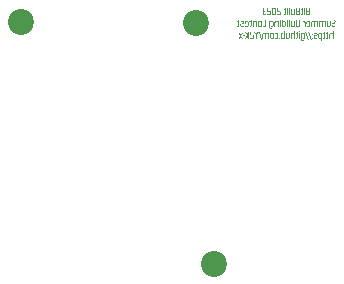
<source format=gbs>
G04 #@! TF.GenerationSoftware,KiCad,Pcbnew,7.0.5*
G04 #@! TF.CreationDate,2023-08-01T00:38:24-05:00*
G04 #@! TF.ProjectId,psxpress-pms,70737870-7265-4737-932d-706d732e6b69,rev?*
G04 #@! TF.SameCoordinates,Original*
G04 #@! TF.FileFunction,Soldermask,Bot*
G04 #@! TF.FilePolarity,Negative*
%FSLAX46Y46*%
G04 Gerber Fmt 4.6, Leading zero omitted, Abs format (unit mm)*
G04 Created by KiCad (PCBNEW 7.0.5) date 2023-08-01 00:38:24*
%MOMM*%
%LPD*%
G01*
G04 APERTURE LIST*
%ADD10C,0.125000*%
%ADD11C,2.200000*%
G04 APERTURE END LIST*
D10*
G36*
X184075641Y-57982000D02*
G01*
X183857142Y-57982000D01*
X183848168Y-57981837D01*
X183839517Y-57981351D01*
X183831186Y-57980542D01*
X183823174Y-57979411D01*
X183815477Y-57977959D01*
X183808093Y-57976185D01*
X183801019Y-57974092D01*
X183794253Y-57971679D01*
X183787793Y-57968949D01*
X183781635Y-57965900D01*
X183775779Y-57962535D01*
X183770220Y-57958854D01*
X183764957Y-57954858D01*
X183759986Y-57950547D01*
X183755306Y-57945922D01*
X183750914Y-57940985D01*
X183746808Y-57935735D01*
X183742985Y-57930175D01*
X183739442Y-57924303D01*
X183736177Y-57918122D01*
X183733188Y-57911632D01*
X183730472Y-57904833D01*
X183728026Y-57897727D01*
X183725848Y-57890315D01*
X183723936Y-57882596D01*
X183722287Y-57874572D01*
X183720899Y-57866244D01*
X183719768Y-57857613D01*
X183718893Y-57848678D01*
X183718271Y-57839442D01*
X183717900Y-57829905D01*
X183717799Y-57821825D01*
X183806877Y-57821825D01*
X183806962Y-57829335D01*
X183807216Y-57836535D01*
X183807636Y-57843430D01*
X183808218Y-57850025D01*
X183808960Y-57856325D01*
X183809859Y-57862333D01*
X183812113Y-57873496D01*
X183814958Y-57883551D01*
X183818368Y-57892536D01*
X183822320Y-57900488D01*
X183826788Y-57907444D01*
X183831750Y-57913442D01*
X183837180Y-57918519D01*
X183843055Y-57922713D01*
X183849350Y-57926060D01*
X183856040Y-57928599D01*
X183863102Y-57930366D01*
X183870512Y-57931398D01*
X183878244Y-57931734D01*
X183987421Y-57931734D01*
X183987421Y-57441539D01*
X183878244Y-57441539D01*
X183871141Y-57441888D01*
X183864353Y-57442958D01*
X183857900Y-57444784D01*
X183851802Y-57447398D01*
X183846078Y-57450837D01*
X183840748Y-57455132D01*
X183835832Y-57460320D01*
X183831350Y-57466433D01*
X183827321Y-57473507D01*
X183823765Y-57481574D01*
X183820702Y-57490670D01*
X183818151Y-57500828D01*
X183816133Y-57512083D01*
X183815330Y-57518132D01*
X183814668Y-57524468D01*
X183814148Y-57531095D01*
X183813774Y-57538018D01*
X183813547Y-57545241D01*
X183813471Y-57552767D01*
X183813499Y-57559452D01*
X183813587Y-57565879D01*
X183813740Y-57572053D01*
X183813963Y-57577975D01*
X183814645Y-57589076D01*
X183815676Y-57599208D01*
X183817102Y-57608394D01*
X183818966Y-57616657D01*
X183821313Y-57624021D01*
X183824187Y-57630510D01*
X183827634Y-57636146D01*
X183831696Y-57640955D01*
X183836420Y-57644959D01*
X183841848Y-57648182D01*
X183848027Y-57650648D01*
X183854999Y-57652380D01*
X183862810Y-57653402D01*
X183871503Y-57653737D01*
X183951224Y-57653737D01*
X183951224Y-57703416D01*
X183871503Y-57703416D01*
X183862736Y-57703809D01*
X183854715Y-57705006D01*
X183847418Y-57707035D01*
X183840818Y-57709924D01*
X183834890Y-57713700D01*
X183829610Y-57718393D01*
X183824951Y-57724029D01*
X183820890Y-57730637D01*
X183817401Y-57738244D01*
X183814458Y-57746879D01*
X183812037Y-57756569D01*
X183810112Y-57767342D01*
X183808659Y-57779226D01*
X183808101Y-57785594D01*
X183807652Y-57792250D01*
X183807308Y-57799197D01*
X183807066Y-57806440D01*
X183806923Y-57813981D01*
X183806877Y-57821825D01*
X183717799Y-57821825D01*
X183717777Y-57820066D01*
X183717872Y-57811755D01*
X183718153Y-57803743D01*
X183718617Y-57796027D01*
X183719258Y-57788600D01*
X183720072Y-57781458D01*
X183721053Y-57774597D01*
X183722198Y-57768010D01*
X183723501Y-57761693D01*
X183724958Y-57755642D01*
X183726564Y-57749850D01*
X183730203Y-57739028D01*
X183734382Y-57729187D01*
X183739063Y-57720287D01*
X183744207Y-57712289D01*
X183749776Y-57705153D01*
X183755734Y-57698838D01*
X183762043Y-57693307D01*
X183768664Y-57688518D01*
X183775559Y-57684432D01*
X183782692Y-57681009D01*
X183790024Y-57678210D01*
X183783496Y-57674930D01*
X183777176Y-57671357D01*
X183771094Y-57667408D01*
X183765278Y-57663004D01*
X183759759Y-57658063D01*
X183754565Y-57652504D01*
X183749727Y-57646247D01*
X183745272Y-57639211D01*
X183741232Y-57631314D01*
X183737635Y-57622476D01*
X183734511Y-57612615D01*
X183731889Y-57601652D01*
X183730775Y-57595731D01*
X183729798Y-57589504D01*
X183728961Y-57582961D01*
X183728268Y-57576091D01*
X183727723Y-57568885D01*
X183727329Y-57561332D01*
X183727090Y-57553423D01*
X183727009Y-57545147D01*
X183727116Y-57536105D01*
X183727437Y-57527309D01*
X183727979Y-57518761D01*
X183728744Y-57510465D01*
X183729737Y-57502422D01*
X183730962Y-57494636D01*
X183732424Y-57487109D01*
X183734126Y-57479845D01*
X183736073Y-57472844D01*
X183738268Y-57466112D01*
X183740717Y-57459649D01*
X183743423Y-57453459D01*
X183746391Y-57447545D01*
X183749624Y-57441909D01*
X183753127Y-57436554D01*
X183756905Y-57431482D01*
X183760960Y-57426697D01*
X183765298Y-57422201D01*
X183769922Y-57417997D01*
X183774837Y-57414087D01*
X183780047Y-57410475D01*
X183785556Y-57407162D01*
X183791369Y-57404152D01*
X183797489Y-57401447D01*
X183803920Y-57399051D01*
X183810668Y-57396965D01*
X183817735Y-57395192D01*
X183825127Y-57393736D01*
X183832848Y-57392599D01*
X183840901Y-57391783D01*
X183849290Y-57391292D01*
X183858021Y-57391127D01*
X184075641Y-57391127D01*
X184075641Y-57982000D01*
G37*
G36*
X183568593Y-57516424D02*
G01*
X183654176Y-57516424D01*
X183654176Y-57982000D01*
X183568593Y-57982000D01*
X183568593Y-57516424D01*
G37*
G36*
X183568593Y-57376180D02*
G01*
X183654176Y-57376180D01*
X183654176Y-57456780D01*
X183568593Y-57456780D01*
X183568593Y-57376180D01*
G37*
G36*
X183283855Y-57513053D02*
G01*
X183400652Y-57513053D01*
X183400652Y-57391127D01*
X183486381Y-57391127D01*
X183486381Y-57869013D01*
X183486304Y-57874997D01*
X183486069Y-57880883D01*
X183485103Y-57892338D01*
X183483443Y-57903329D01*
X183481046Y-57913808D01*
X183477871Y-57923725D01*
X183473877Y-57933034D01*
X183469022Y-57941685D01*
X183463264Y-57949631D01*
X183456561Y-57956823D01*
X183448872Y-57963213D01*
X183440155Y-57968752D01*
X183430369Y-57973392D01*
X183419471Y-57977085D01*
X183413593Y-57978562D01*
X183407421Y-57979783D01*
X183400951Y-57980744D01*
X183394176Y-57981437D01*
X183387093Y-57981858D01*
X183379696Y-57982000D01*
X183307449Y-57982000D01*
X183307449Y-57931734D01*
X183345258Y-57931734D01*
X183353076Y-57931558D01*
X183360176Y-57931005D01*
X183366586Y-57930039D01*
X183372337Y-57928623D01*
X183379789Y-57925573D01*
X183385924Y-57921305D01*
X183390841Y-57915693D01*
X183394640Y-57908615D01*
X183396600Y-57903019D01*
X183398138Y-57896680D01*
X183399282Y-57889560D01*
X183400063Y-57881623D01*
X183400510Y-57872832D01*
X183400652Y-57863151D01*
X183400652Y-57563465D01*
X183283855Y-57563465D01*
X183283855Y-57513053D01*
G37*
G36*
X183232124Y-57982000D02*
G01*
X183013625Y-57982000D01*
X183004651Y-57981837D01*
X182996000Y-57981351D01*
X182987669Y-57980542D01*
X182979657Y-57979411D01*
X182971960Y-57977959D01*
X182964575Y-57976185D01*
X182957502Y-57974092D01*
X182950736Y-57971679D01*
X182944276Y-57968949D01*
X182938118Y-57965900D01*
X182932262Y-57962535D01*
X182926703Y-57958854D01*
X182921439Y-57954858D01*
X182916469Y-57950547D01*
X182911789Y-57945922D01*
X182907397Y-57940985D01*
X182903291Y-57935735D01*
X182899468Y-57930175D01*
X182895925Y-57924303D01*
X182892660Y-57918122D01*
X182889671Y-57911632D01*
X182886955Y-57904833D01*
X182884509Y-57897727D01*
X182882331Y-57890315D01*
X182880419Y-57882596D01*
X182878770Y-57874572D01*
X182877381Y-57866244D01*
X182876251Y-57857613D01*
X182875376Y-57848678D01*
X182874754Y-57839442D01*
X182874383Y-57829905D01*
X182874282Y-57821825D01*
X182963360Y-57821825D01*
X182963445Y-57829335D01*
X182963699Y-57836535D01*
X182964119Y-57843430D01*
X182964701Y-57850025D01*
X182965443Y-57856325D01*
X182966342Y-57862333D01*
X182968596Y-57873496D01*
X182971441Y-57883551D01*
X182974851Y-57892536D01*
X182978803Y-57900488D01*
X182983271Y-57907444D01*
X182988233Y-57913442D01*
X182993663Y-57918519D01*
X182999538Y-57922713D01*
X183005833Y-57926060D01*
X183012523Y-57928599D01*
X183019585Y-57930366D01*
X183026995Y-57931398D01*
X183034727Y-57931734D01*
X183143904Y-57931734D01*
X183143904Y-57441539D01*
X183034727Y-57441539D01*
X183027624Y-57441888D01*
X183020836Y-57442958D01*
X183014383Y-57444784D01*
X183008285Y-57447398D01*
X183002561Y-57450837D01*
X182997231Y-57455132D01*
X182992315Y-57460320D01*
X182987833Y-57466433D01*
X182983804Y-57473507D01*
X182980248Y-57481574D01*
X182977185Y-57490670D01*
X182974634Y-57500828D01*
X182972616Y-57512083D01*
X182971813Y-57518132D01*
X182971150Y-57524468D01*
X182970631Y-57531095D01*
X182970256Y-57538018D01*
X182970030Y-57545241D01*
X182969954Y-57552767D01*
X182969982Y-57559452D01*
X182970070Y-57565879D01*
X182970222Y-57572053D01*
X182970446Y-57577975D01*
X182971128Y-57589076D01*
X182972159Y-57599208D01*
X182973585Y-57608394D01*
X182975449Y-57616657D01*
X182977796Y-57624021D01*
X182980670Y-57630510D01*
X182984117Y-57636146D01*
X182988179Y-57640955D01*
X182992903Y-57644959D01*
X182998331Y-57648182D01*
X183004509Y-57650648D01*
X183011482Y-57652380D01*
X183019292Y-57653402D01*
X183027986Y-57653737D01*
X183107707Y-57653737D01*
X183107707Y-57703416D01*
X183027986Y-57703416D01*
X183019218Y-57703809D01*
X183011198Y-57705006D01*
X183003901Y-57707035D01*
X182997301Y-57709924D01*
X182991373Y-57713700D01*
X182986093Y-57718393D01*
X182981434Y-57724029D01*
X182977373Y-57730637D01*
X182973883Y-57738244D01*
X182970941Y-57746879D01*
X182968520Y-57756569D01*
X182966595Y-57767342D01*
X182965142Y-57779226D01*
X182964584Y-57785594D01*
X182964135Y-57792250D01*
X182963791Y-57799197D01*
X182963549Y-57806440D01*
X182963406Y-57813981D01*
X182963360Y-57821825D01*
X182874282Y-57821825D01*
X182874260Y-57820066D01*
X182874355Y-57811755D01*
X182874636Y-57803743D01*
X182875100Y-57796027D01*
X182875741Y-57788600D01*
X182876555Y-57781458D01*
X182877536Y-57774597D01*
X182878681Y-57768010D01*
X182879984Y-57761693D01*
X182881441Y-57755642D01*
X182883047Y-57749850D01*
X182886686Y-57739028D01*
X182890865Y-57729187D01*
X182895545Y-57720287D01*
X182900689Y-57712289D01*
X182906259Y-57705153D01*
X182912217Y-57698838D01*
X182918526Y-57693307D01*
X182925147Y-57688518D01*
X182932042Y-57684432D01*
X182939175Y-57681009D01*
X182946507Y-57678210D01*
X182939979Y-57674930D01*
X182933659Y-57671357D01*
X182927577Y-57667408D01*
X182921761Y-57663004D01*
X182916242Y-57658063D01*
X182911048Y-57652504D01*
X182906210Y-57646247D01*
X182901755Y-57639211D01*
X182897715Y-57631314D01*
X182894118Y-57622476D01*
X182890994Y-57612615D01*
X182888372Y-57601652D01*
X182887258Y-57595731D01*
X182886281Y-57589504D01*
X182885444Y-57582961D01*
X182884751Y-57576091D01*
X182884206Y-57568885D01*
X182883812Y-57561332D01*
X182883573Y-57553423D01*
X182883492Y-57545147D01*
X182883598Y-57536105D01*
X182883920Y-57527309D01*
X182884461Y-57518761D01*
X182885227Y-57510465D01*
X182886220Y-57502422D01*
X182887445Y-57494636D01*
X182888907Y-57487109D01*
X182890609Y-57479845D01*
X182892556Y-57472844D01*
X182894751Y-57466112D01*
X182897200Y-57459649D01*
X182899906Y-57453459D01*
X182902874Y-57447545D01*
X182906107Y-57441909D01*
X182909610Y-57436554D01*
X182913387Y-57431482D01*
X182917443Y-57426697D01*
X182921780Y-57422201D01*
X182926405Y-57417997D01*
X182931320Y-57414087D01*
X182936530Y-57410475D01*
X182942039Y-57407162D01*
X182947851Y-57404152D01*
X182953971Y-57401447D01*
X182960403Y-57399051D01*
X182967151Y-57396965D01*
X182974218Y-57395192D01*
X182981610Y-57393736D01*
X182989330Y-57392599D01*
X182997383Y-57391783D01*
X183005773Y-57391292D01*
X183014504Y-57391127D01*
X183232124Y-57391127D01*
X183232124Y-57982000D01*
G37*
G36*
X182658691Y-57931734D02*
G01*
X182669322Y-57931553D01*
X182678882Y-57930964D01*
X182687425Y-57929900D01*
X182695005Y-57928293D01*
X182701673Y-57926075D01*
X182707483Y-57923179D01*
X182712488Y-57919538D01*
X182716741Y-57915083D01*
X182720296Y-57909747D01*
X182723204Y-57903463D01*
X182725519Y-57896162D01*
X182727295Y-57887777D01*
X182728584Y-57878241D01*
X182729438Y-57867486D01*
X182729720Y-57861630D01*
X182729913Y-57855445D01*
X182730023Y-57848920D01*
X182730059Y-57842048D01*
X182730059Y-57513053D01*
X182815788Y-57513053D01*
X182815788Y-57838678D01*
X182815710Y-57848308D01*
X182815470Y-57857555D01*
X182815060Y-57866424D01*
X182814470Y-57874920D01*
X182813692Y-57883048D01*
X182812716Y-57890813D01*
X182811534Y-57898221D01*
X182810137Y-57905276D01*
X182808515Y-57911984D01*
X182806661Y-57918349D01*
X182804565Y-57924376D01*
X182802218Y-57930072D01*
X182799611Y-57935440D01*
X182793582Y-57945214D01*
X182786408Y-57953741D01*
X182778016Y-57961060D01*
X182768336Y-57967212D01*
X182762990Y-57969863D01*
X182757296Y-57972237D01*
X182751244Y-57974340D01*
X182744825Y-57976177D01*
X182738031Y-57977752D01*
X182730852Y-57979071D01*
X182723280Y-57980139D01*
X182715305Y-57980960D01*
X182706920Y-57981541D01*
X182698114Y-57981886D01*
X182688879Y-57982000D01*
X182462906Y-57982000D01*
X182462906Y-57513053D01*
X182548635Y-57513053D01*
X182548635Y-57931734D01*
X182658691Y-57931734D01*
G37*
G36*
X182291887Y-57516424D02*
G01*
X182377470Y-57516424D01*
X182377470Y-57982000D01*
X182291887Y-57982000D01*
X182291887Y-57516424D01*
G37*
G36*
X182291887Y-57376180D02*
G01*
X182377470Y-57376180D01*
X182377470Y-57456780D01*
X182291887Y-57456780D01*
X182291887Y-57376180D01*
G37*
G36*
X182120575Y-57372369D02*
G01*
X182206304Y-57372369D01*
X182206304Y-57982000D01*
X182120575Y-57982000D01*
X182120575Y-57372369D01*
G37*
G36*
X181837742Y-57513053D02*
G01*
X181954539Y-57513053D01*
X181954539Y-57391127D01*
X182040268Y-57391127D01*
X182040268Y-57869013D01*
X182040191Y-57874997D01*
X182039955Y-57880883D01*
X182038990Y-57892338D01*
X182037330Y-57903329D01*
X182034933Y-57913808D01*
X182031758Y-57923725D01*
X182027764Y-57933034D01*
X182022909Y-57941685D01*
X182017150Y-57949631D01*
X182010448Y-57956823D01*
X182002759Y-57963213D01*
X181994042Y-57968752D01*
X181984256Y-57973392D01*
X181973358Y-57977085D01*
X181967480Y-57978562D01*
X181961308Y-57979783D01*
X181954838Y-57980744D01*
X181948063Y-57981437D01*
X181940980Y-57981858D01*
X181933583Y-57982000D01*
X181861336Y-57982000D01*
X181861336Y-57931734D01*
X181899145Y-57931734D01*
X181906963Y-57931558D01*
X181914063Y-57931005D01*
X181920473Y-57930039D01*
X181926223Y-57928623D01*
X181933676Y-57925573D01*
X181939811Y-57921305D01*
X181944728Y-57915693D01*
X181948526Y-57908615D01*
X181950487Y-57903019D01*
X181952025Y-57896680D01*
X181953169Y-57889560D01*
X181953950Y-57881623D01*
X181954397Y-57872832D01*
X181954539Y-57863151D01*
X181954539Y-57563465D01*
X181837742Y-57563465D01*
X181837742Y-57513053D01*
G37*
G36*
X181510505Y-57825489D02*
G01*
X181510467Y-57816909D01*
X181510347Y-57808724D01*
X181510136Y-57800924D01*
X181509826Y-57793503D01*
X181509406Y-57786451D01*
X181508868Y-57779761D01*
X181508203Y-57773426D01*
X181507403Y-57767436D01*
X181505358Y-57756463D01*
X181502661Y-57746779D01*
X181499242Y-57738320D01*
X181495026Y-57731022D01*
X181489944Y-57724821D01*
X181483922Y-57719654D01*
X181476890Y-57715457D01*
X181468774Y-57712165D01*
X181459504Y-57709717D01*
X181449006Y-57708046D01*
X181437210Y-57707091D01*
X181430803Y-57706861D01*
X181424043Y-57706787D01*
X181371140Y-57706787D01*
X181363347Y-57706701D01*
X181355874Y-57706433D01*
X181348716Y-57705968D01*
X181341868Y-57705293D01*
X181335325Y-57704393D01*
X181329084Y-57703253D01*
X181323138Y-57701859D01*
X181317484Y-57700197D01*
X181307031Y-57696009D01*
X181297686Y-57690573D01*
X181289411Y-57683775D01*
X181282169Y-57675499D01*
X181275921Y-57665629D01*
X181273158Y-57660061D01*
X181270629Y-57654050D01*
X181268330Y-57647584D01*
X181266256Y-57640647D01*
X181264402Y-57633224D01*
X181262763Y-57625303D01*
X181261335Y-57616867D01*
X181260112Y-57607903D01*
X181259091Y-57598396D01*
X181258266Y-57588333D01*
X181257633Y-57577697D01*
X181257186Y-57566475D01*
X181256922Y-57554653D01*
X181256835Y-57542216D01*
X181256936Y-57531816D01*
X181257245Y-57521851D01*
X181257764Y-57512315D01*
X181258500Y-57503200D01*
X181259457Y-57494500D01*
X181260639Y-57486207D01*
X181262052Y-57478316D01*
X181263699Y-57470818D01*
X181265587Y-57463708D01*
X181267720Y-57456977D01*
X181270102Y-57450620D01*
X181272739Y-57444629D01*
X181275635Y-57438998D01*
X181278794Y-57433719D01*
X181282222Y-57428786D01*
X181285924Y-57424192D01*
X181294167Y-57415992D01*
X181303560Y-57409064D01*
X181308701Y-57406060D01*
X181314143Y-57403353D01*
X181319893Y-57400937D01*
X181325954Y-57398805D01*
X181332331Y-57396949D01*
X181339030Y-57395363D01*
X181346055Y-57394040D01*
X181353410Y-57392973D01*
X181361101Y-57392155D01*
X181369132Y-57391579D01*
X181377508Y-57391239D01*
X181386235Y-57391127D01*
X181572787Y-57391127D01*
X181572787Y-57441539D01*
X181407191Y-57441539D01*
X181398810Y-57441799D01*
X181390978Y-57442620D01*
X181383693Y-57444058D01*
X181376954Y-57446173D01*
X181370761Y-57449024D01*
X181365112Y-57452667D01*
X181360006Y-57457163D01*
X181355442Y-57462568D01*
X181351419Y-57468942D01*
X181347935Y-57476344D01*
X181344991Y-57484830D01*
X181342585Y-57494460D01*
X181340715Y-57505293D01*
X181339981Y-57511178D01*
X181339380Y-57517385D01*
X181338914Y-57523923D01*
X181338581Y-57530797D01*
X181338381Y-57538016D01*
X181338314Y-57545586D01*
X181338342Y-57552795D01*
X181338432Y-57559721D01*
X181338592Y-57566370D01*
X181338827Y-57572743D01*
X181339147Y-57578846D01*
X181340071Y-57590251D01*
X181341421Y-57600613D01*
X181343260Y-57609959D01*
X181345646Y-57618317D01*
X181348641Y-57625715D01*
X181352305Y-57632180D01*
X181356698Y-57637740D01*
X181361881Y-57642424D01*
X181367913Y-57646257D01*
X181374855Y-57649269D01*
X181382768Y-57651486D01*
X181391711Y-57652937D01*
X181401745Y-57653649D01*
X181407191Y-57653737D01*
X181450129Y-57653737D01*
X181460968Y-57653867D01*
X181471292Y-57654259D01*
X181481113Y-57654922D01*
X181490441Y-57655861D01*
X181499287Y-57657084D01*
X181507663Y-57658596D01*
X181515580Y-57660405D01*
X181523049Y-57662516D01*
X181530081Y-57664937D01*
X181536688Y-57667674D01*
X181542881Y-57670734D01*
X181548671Y-57674124D01*
X181554069Y-57677849D01*
X181559086Y-57681917D01*
X181563734Y-57686334D01*
X181568025Y-57691106D01*
X181571968Y-57696241D01*
X181575575Y-57701745D01*
X181578858Y-57707625D01*
X181581828Y-57713887D01*
X181584496Y-57720537D01*
X181586872Y-57727583D01*
X181588970Y-57735031D01*
X181590799Y-57742887D01*
X181592370Y-57751159D01*
X181593696Y-57759852D01*
X181594787Y-57768974D01*
X181595655Y-57778531D01*
X181596310Y-57788529D01*
X181596764Y-57798975D01*
X181597028Y-57809876D01*
X181597114Y-57821239D01*
X181597114Y-57982000D01*
X181266946Y-57982000D01*
X181266946Y-57931734D01*
X181510505Y-57931734D01*
X181510505Y-57825489D01*
G37*
G36*
X181074988Y-57391270D02*
G01*
X181084195Y-57391700D01*
X181092932Y-57392415D01*
X181101210Y-57393418D01*
X181109041Y-57394709D01*
X181116437Y-57396287D01*
X181123407Y-57398153D01*
X181129965Y-57400307D01*
X181136121Y-57402750D01*
X181141887Y-57405482D01*
X181147274Y-57408504D01*
X181152294Y-57411815D01*
X181156957Y-57415417D01*
X181165262Y-57423491D01*
X181172279Y-57432731D01*
X181175334Y-57437788D01*
X181178100Y-57443137D01*
X181180591Y-57448779D01*
X181182817Y-57454714D01*
X181184790Y-57460943D01*
X181186520Y-57467465D01*
X181188020Y-57474280D01*
X181189301Y-57481391D01*
X181190374Y-57488795D01*
X181191250Y-57496495D01*
X181191942Y-57504490D01*
X181192460Y-57512781D01*
X181192816Y-57521368D01*
X181193021Y-57530251D01*
X181193087Y-57539431D01*
X181193087Y-57838092D01*
X181193021Y-57846885D01*
X181192816Y-57855405D01*
X181192460Y-57863652D01*
X181191942Y-57871624D01*
X181191250Y-57879321D01*
X181190374Y-57886744D01*
X181189301Y-57893891D01*
X181188020Y-57900763D01*
X181186520Y-57907358D01*
X181184790Y-57913678D01*
X181182817Y-57919720D01*
X181180591Y-57925485D01*
X181178100Y-57930973D01*
X181175334Y-57936182D01*
X181168926Y-57945766D01*
X181161276Y-57954234D01*
X181152294Y-57961582D01*
X181147274Y-57964836D01*
X181141887Y-57967808D01*
X181136121Y-57970500D01*
X181129965Y-57972909D01*
X181123407Y-57975037D01*
X181116437Y-57976882D01*
X181109041Y-57978444D01*
X181101210Y-57979723D01*
X181092932Y-57980718D01*
X181084195Y-57981430D01*
X181074988Y-57981857D01*
X181065299Y-57982000D01*
X180957881Y-57982000D01*
X180948193Y-57981857D01*
X180938986Y-57981430D01*
X180930249Y-57980718D01*
X180921971Y-57979723D01*
X180914140Y-57978444D01*
X180906744Y-57976882D01*
X180899774Y-57975037D01*
X180893216Y-57972909D01*
X180887060Y-57970500D01*
X180881294Y-57967808D01*
X180875907Y-57964836D01*
X180870887Y-57961582D01*
X180861905Y-57954234D01*
X180854255Y-57945766D01*
X180847847Y-57936182D01*
X180845080Y-57930973D01*
X180842590Y-57925485D01*
X180840364Y-57919720D01*
X180838391Y-57913678D01*
X180836661Y-57907358D01*
X180835161Y-57900763D01*
X180833880Y-57893891D01*
X180832807Y-57886744D01*
X180831930Y-57879321D01*
X180831239Y-57871624D01*
X180830721Y-57863652D01*
X180830365Y-57855405D01*
X180830159Y-57846885D01*
X180830094Y-57838092D01*
X180920073Y-57838092D01*
X180920091Y-57844369D01*
X180920153Y-57850397D01*
X180920439Y-57861722D01*
X180921001Y-57872092D01*
X180921907Y-57881533D01*
X180923226Y-57890071D01*
X180925026Y-57897731D01*
X180927378Y-57904540D01*
X180930349Y-57910522D01*
X180934009Y-57915704D01*
X180938427Y-57920111D01*
X180943671Y-57923770D01*
X180949810Y-57926706D01*
X180956914Y-57928945D01*
X180965050Y-57930512D01*
X180974289Y-57931433D01*
X180984699Y-57931734D01*
X181038482Y-57931734D01*
X181049302Y-57931433D01*
X181058846Y-57930512D01*
X181067192Y-57928945D01*
X181074422Y-57926706D01*
X181080614Y-57923770D01*
X181085849Y-57920111D01*
X181090206Y-57915704D01*
X181093766Y-57910522D01*
X181096608Y-57904540D01*
X181098812Y-57897731D01*
X181100457Y-57890071D01*
X181101625Y-57881533D01*
X181102393Y-57872092D01*
X181102844Y-57861722D01*
X181103055Y-57850397D01*
X181103097Y-57844369D01*
X181103108Y-57838092D01*
X181103108Y-57539431D01*
X181103097Y-57531956D01*
X181103055Y-57524856D01*
X181102974Y-57518123D01*
X181102844Y-57511747D01*
X181102653Y-57505720D01*
X181102054Y-57494674D01*
X181101096Y-57484914D01*
X181099699Y-57476365D01*
X181097784Y-57468956D01*
X181095272Y-57462614D01*
X181092081Y-57457267D01*
X181088132Y-57452841D01*
X181083346Y-57449265D01*
X181077643Y-57446466D01*
X181070942Y-57444372D01*
X181063164Y-57442909D01*
X181054229Y-57442005D01*
X181044056Y-57441588D01*
X181038482Y-57441539D01*
X180984699Y-57441539D01*
X180974289Y-57441740D01*
X180965050Y-57442391D01*
X180956914Y-57443566D01*
X180949810Y-57445335D01*
X180943671Y-57447773D01*
X180938427Y-57450952D01*
X180934009Y-57454943D01*
X180930349Y-57459821D01*
X180927378Y-57465656D01*
X180925026Y-57472522D01*
X180923226Y-57480492D01*
X180921907Y-57489638D01*
X180921001Y-57500032D01*
X180920439Y-57511747D01*
X180920266Y-57518123D01*
X180920153Y-57524856D01*
X180920091Y-57531956D01*
X180920073Y-57539431D01*
X180920073Y-57838092D01*
X180830094Y-57838092D01*
X180830094Y-57539431D01*
X180830159Y-57530251D01*
X180830365Y-57521368D01*
X180830721Y-57512781D01*
X180831239Y-57504490D01*
X180831930Y-57496495D01*
X180832807Y-57488795D01*
X180833880Y-57481391D01*
X180835161Y-57474280D01*
X180836661Y-57467465D01*
X180838391Y-57460943D01*
X180840364Y-57454714D01*
X180842590Y-57448779D01*
X180845080Y-57443137D01*
X180847847Y-57437788D01*
X180850902Y-57432731D01*
X180857919Y-57423491D01*
X180866224Y-57415417D01*
X180870887Y-57411815D01*
X180875907Y-57408504D01*
X180881294Y-57405482D01*
X180887060Y-57402750D01*
X180893216Y-57400307D01*
X180899774Y-57398153D01*
X180906744Y-57396287D01*
X180914140Y-57394709D01*
X180921971Y-57393418D01*
X180930249Y-57392415D01*
X180938986Y-57391700D01*
X180948193Y-57391270D01*
X180957881Y-57391127D01*
X181065299Y-57391127D01*
X181074988Y-57391270D01*
G37*
G36*
X180675781Y-57825489D02*
G01*
X180675743Y-57816909D01*
X180675623Y-57808724D01*
X180675412Y-57800924D01*
X180675101Y-57793503D01*
X180674681Y-57786451D01*
X180674144Y-57779761D01*
X180673479Y-57773426D01*
X180672678Y-57767436D01*
X180670633Y-57756463D01*
X180667937Y-57746779D01*
X180664517Y-57738320D01*
X180660302Y-57731022D01*
X180655220Y-57724821D01*
X180649198Y-57719654D01*
X180642165Y-57715457D01*
X180634050Y-57712165D01*
X180624779Y-57709717D01*
X180614282Y-57708046D01*
X180602486Y-57707091D01*
X180596078Y-57706861D01*
X180589319Y-57706787D01*
X180536416Y-57706787D01*
X180528623Y-57706701D01*
X180521149Y-57706433D01*
X180513991Y-57705968D01*
X180507143Y-57705293D01*
X180500601Y-57704393D01*
X180494359Y-57703253D01*
X180488414Y-57701859D01*
X180482760Y-57700197D01*
X180472306Y-57696009D01*
X180462961Y-57690573D01*
X180454687Y-57683775D01*
X180447444Y-57675499D01*
X180441196Y-57665629D01*
X180438433Y-57660061D01*
X180435905Y-57654050D01*
X180433606Y-57647584D01*
X180431532Y-57640647D01*
X180429677Y-57633224D01*
X180428039Y-57625303D01*
X180426610Y-57616867D01*
X180425388Y-57607903D01*
X180424367Y-57598396D01*
X180423542Y-57588333D01*
X180422908Y-57577697D01*
X180422462Y-57566475D01*
X180422197Y-57554653D01*
X180422110Y-57542216D01*
X180422212Y-57531816D01*
X180422520Y-57521851D01*
X180423040Y-57512315D01*
X180423776Y-57503200D01*
X180424732Y-57494500D01*
X180425914Y-57486207D01*
X180427327Y-57478316D01*
X180428975Y-57470818D01*
X180430863Y-57463708D01*
X180432996Y-57456977D01*
X180435378Y-57450620D01*
X180438015Y-57444629D01*
X180440910Y-57438998D01*
X180444070Y-57433719D01*
X180447498Y-57428786D01*
X180451200Y-57424192D01*
X180459442Y-57415992D01*
X180468836Y-57409064D01*
X180473977Y-57406060D01*
X180479419Y-57403353D01*
X180485169Y-57400937D01*
X180491230Y-57398805D01*
X180497607Y-57396949D01*
X180504306Y-57395363D01*
X180511330Y-57394040D01*
X180518686Y-57392973D01*
X180526377Y-57392155D01*
X180534408Y-57391579D01*
X180542784Y-57391239D01*
X180551510Y-57391127D01*
X180738063Y-57391127D01*
X180738063Y-57441539D01*
X180572466Y-57441539D01*
X180564086Y-57441799D01*
X180556253Y-57442620D01*
X180548968Y-57444058D01*
X180542230Y-57446173D01*
X180536036Y-57449024D01*
X180530387Y-57452667D01*
X180525281Y-57457163D01*
X180520717Y-57462568D01*
X180516694Y-57468942D01*
X180513211Y-57476344D01*
X180510267Y-57484830D01*
X180507860Y-57494460D01*
X180505990Y-57505293D01*
X180505256Y-57511178D01*
X180504656Y-57517385D01*
X180504189Y-57523923D01*
X180503856Y-57530797D01*
X180503656Y-57538016D01*
X180503590Y-57545586D01*
X180503618Y-57552795D01*
X180503708Y-57559721D01*
X180503867Y-57566370D01*
X180504103Y-57572743D01*
X180504423Y-57578846D01*
X180505346Y-57590251D01*
X180506697Y-57600613D01*
X180508535Y-57609959D01*
X180510922Y-57618317D01*
X180513917Y-57625715D01*
X180517581Y-57632180D01*
X180521974Y-57637740D01*
X180527156Y-57642424D01*
X180533188Y-57646257D01*
X180540131Y-57649269D01*
X180548043Y-57651486D01*
X180556987Y-57652937D01*
X180567021Y-57653649D01*
X180572466Y-57653737D01*
X180615404Y-57653737D01*
X180626244Y-57653867D01*
X180636568Y-57654259D01*
X180646389Y-57654922D01*
X180655716Y-57655861D01*
X180664562Y-57657084D01*
X180672938Y-57658596D01*
X180680855Y-57660405D01*
X180688324Y-57662516D01*
X180695357Y-57664937D01*
X180701964Y-57667674D01*
X180708157Y-57670734D01*
X180713946Y-57674124D01*
X180719344Y-57677849D01*
X180724362Y-57681917D01*
X180729010Y-57686334D01*
X180733300Y-57691106D01*
X180737243Y-57696241D01*
X180740851Y-57701745D01*
X180744134Y-57707625D01*
X180747104Y-57713887D01*
X180749771Y-57720537D01*
X180752148Y-57727583D01*
X180754245Y-57735031D01*
X180756074Y-57742887D01*
X180757646Y-57751159D01*
X180758972Y-57759852D01*
X180760063Y-57768974D01*
X180760930Y-57778531D01*
X180761586Y-57788529D01*
X180762040Y-57798975D01*
X180762304Y-57809876D01*
X180762390Y-57821239D01*
X180762390Y-57982000D01*
X180432222Y-57982000D01*
X180432222Y-57931734D01*
X180675781Y-57931734D01*
X180675781Y-57825489D01*
G37*
G36*
X180151734Y-57814937D02*
G01*
X180151819Y-57823073D01*
X180152073Y-57830860D01*
X180152493Y-57838304D01*
X180153075Y-57845411D01*
X180153817Y-57852188D01*
X180154716Y-57858639D01*
X180155768Y-57864771D01*
X180156970Y-57870590D01*
X180159815Y-57881313D01*
X180163225Y-57890855D01*
X180167177Y-57899262D01*
X180171645Y-57906583D01*
X180176607Y-57912866D01*
X180182037Y-57918156D01*
X180187912Y-57922503D01*
X180194207Y-57925953D01*
X180200897Y-57928553D01*
X180207959Y-57930352D01*
X180215369Y-57931397D01*
X180223101Y-57931734D01*
X180370087Y-57931734D01*
X180370087Y-57982000D01*
X180202145Y-57982000D01*
X180193171Y-57981837D01*
X180184519Y-57981351D01*
X180176186Y-57980542D01*
X180168171Y-57979411D01*
X180160471Y-57977959D01*
X180153082Y-57976185D01*
X180146004Y-57974092D01*
X180139234Y-57971679D01*
X180132768Y-57968949D01*
X180126605Y-57965900D01*
X180120742Y-57962535D01*
X180115177Y-57958854D01*
X180109907Y-57954858D01*
X180104930Y-57950547D01*
X180100243Y-57945922D01*
X180095845Y-57940985D01*
X180091731Y-57935735D01*
X180087901Y-57930175D01*
X180084352Y-57924303D01*
X180081080Y-57918122D01*
X180078085Y-57911632D01*
X180075363Y-57904833D01*
X180072911Y-57897727D01*
X180070728Y-57890315D01*
X180068811Y-57882596D01*
X180067158Y-57874572D01*
X180065765Y-57866244D01*
X180064631Y-57857613D01*
X180063754Y-57848678D01*
X180063130Y-57839442D01*
X180062757Y-57829905D01*
X180062634Y-57820066D01*
X180062729Y-57811755D01*
X180063010Y-57803743D01*
X180063474Y-57796027D01*
X180064115Y-57788600D01*
X180064929Y-57781458D01*
X180065910Y-57774597D01*
X180067055Y-57768010D01*
X180068358Y-57761693D01*
X180069815Y-57755642D01*
X180071421Y-57749850D01*
X180075060Y-57739028D01*
X180079239Y-57729187D01*
X180083920Y-57720287D01*
X180089063Y-57712289D01*
X180094633Y-57705153D01*
X180100591Y-57698838D01*
X180106900Y-57693307D01*
X180113521Y-57688518D01*
X180120416Y-57684432D01*
X180127549Y-57681009D01*
X180134881Y-57678210D01*
X180128353Y-57674930D01*
X180122033Y-57671357D01*
X180115951Y-57667408D01*
X180110135Y-57663004D01*
X180104616Y-57658063D01*
X180099422Y-57652504D01*
X180094584Y-57646247D01*
X180090129Y-57639211D01*
X180086089Y-57631314D01*
X180082492Y-57622476D01*
X180079368Y-57612615D01*
X180076746Y-57601652D01*
X180075632Y-57595731D01*
X180074655Y-57589504D01*
X180073818Y-57582961D01*
X180073125Y-57576091D01*
X180072580Y-57568885D01*
X180072186Y-57561332D01*
X180071947Y-57553423D01*
X180071866Y-57545147D01*
X180071972Y-57536105D01*
X180072294Y-57527309D01*
X180072836Y-57518761D01*
X180073601Y-57510465D01*
X180074594Y-57502422D01*
X180075819Y-57494636D01*
X180077281Y-57487109D01*
X180078983Y-57479845D01*
X180080930Y-57472844D01*
X180083125Y-57466112D01*
X180085574Y-57459649D01*
X180088280Y-57453459D01*
X180091248Y-57447545D01*
X180094481Y-57441909D01*
X180097984Y-57436554D01*
X180101761Y-57431482D01*
X180105817Y-57426697D01*
X180110154Y-57422201D01*
X180114779Y-57417997D01*
X180119694Y-57414087D01*
X180124904Y-57410475D01*
X180130413Y-57407162D01*
X180136225Y-57404152D01*
X180142345Y-57401447D01*
X180148777Y-57399051D01*
X180155525Y-57396965D01*
X180162592Y-57395192D01*
X180169984Y-57393736D01*
X180177705Y-57392599D01*
X180185757Y-57391783D01*
X180194147Y-57391292D01*
X180202878Y-57391127D01*
X180368475Y-57391127D01*
X180368475Y-57441539D01*
X180223101Y-57441539D01*
X180216143Y-57441756D01*
X180209463Y-57442451D01*
X180203084Y-57443690D01*
X180197030Y-57445539D01*
X180191325Y-57448064D01*
X180185991Y-57451330D01*
X180181054Y-57455404D01*
X180176536Y-57460352D01*
X180172462Y-57466239D01*
X180168854Y-57473131D01*
X180165736Y-57481094D01*
X180163132Y-57490194D01*
X180161066Y-57500498D01*
X180159561Y-57512070D01*
X180159026Y-57518353D01*
X180158640Y-57524977D01*
X180158407Y-57531952D01*
X180158328Y-57539285D01*
X180158356Y-57547195D01*
X180158444Y-57554770D01*
X180158597Y-57562018D01*
X180158820Y-57568943D01*
X180159120Y-57575550D01*
X180159502Y-57581845D01*
X180159971Y-57587833D01*
X180161194Y-57598912D01*
X180162833Y-57608829D01*
X180164933Y-57617628D01*
X180167538Y-57625352D01*
X180170693Y-57632044D01*
X180174442Y-57637749D01*
X180178830Y-57642508D01*
X180183900Y-57646367D01*
X180189698Y-57649367D01*
X180196268Y-57651553D01*
X180203654Y-57652967D01*
X180211900Y-57653653D01*
X180216360Y-57653737D01*
X180296228Y-57653737D01*
X180296228Y-57703416D01*
X180216360Y-57703416D01*
X180207592Y-57703686D01*
X180199572Y-57704542D01*
X180192275Y-57706047D01*
X180185675Y-57708270D01*
X180179747Y-57711276D01*
X180174467Y-57715132D01*
X180169808Y-57719902D01*
X180165747Y-57725654D01*
X180162257Y-57732454D01*
X180159315Y-57740367D01*
X180156894Y-57749461D01*
X180154969Y-57759800D01*
X180153516Y-57771451D01*
X180152958Y-57777789D01*
X180152509Y-57784480D01*
X180152165Y-57791532D01*
X180151923Y-57798953D01*
X180151780Y-57806752D01*
X180151734Y-57814937D01*
G37*
G36*
X185898523Y-58813558D02*
G01*
X185898639Y-58801308D01*
X185898988Y-58789660D01*
X185899572Y-58778602D01*
X185900394Y-58768119D01*
X185901456Y-58758197D01*
X185902760Y-58748822D01*
X185904308Y-58739981D01*
X185906102Y-58731658D01*
X185908145Y-58723840D01*
X185910439Y-58716513D01*
X185912985Y-58709662D01*
X185915787Y-58703275D01*
X185918846Y-58697336D01*
X185922165Y-58691832D01*
X185925746Y-58686748D01*
X185929591Y-58682070D01*
X185933701Y-58677785D01*
X185938081Y-58673879D01*
X185947653Y-58667144D01*
X185952850Y-58664289D01*
X185958325Y-58661755D01*
X185964079Y-58659529D01*
X185970115Y-58657597D01*
X185976435Y-58655945D01*
X185983040Y-58654559D01*
X185989934Y-58653425D01*
X185997118Y-58652529D01*
X186004594Y-58651856D01*
X186012366Y-58651393D01*
X186020434Y-58651125D01*
X186028802Y-58651039D01*
X186088446Y-58651039D01*
X186099049Y-58650809D01*
X186108530Y-58650078D01*
X186116951Y-58648785D01*
X186124370Y-58646867D01*
X186130850Y-58644265D01*
X186136450Y-58640916D01*
X186141230Y-58636758D01*
X186145251Y-58631732D01*
X186148573Y-58625775D01*
X186151256Y-58618825D01*
X186153361Y-58610822D01*
X186154948Y-58601704D01*
X186156077Y-58591409D01*
X186156809Y-58579877D01*
X186157045Y-58573628D01*
X186157204Y-58567046D01*
X186157294Y-58560124D01*
X186157323Y-58552854D01*
X186157256Y-58545350D01*
X186157056Y-58538194D01*
X186156723Y-58531378D01*
X186156256Y-58524895D01*
X186155656Y-58518738D01*
X186154922Y-58512900D01*
X186153052Y-58502151D01*
X186150646Y-58492592D01*
X186147701Y-58484165D01*
X186144218Y-58476812D01*
X186140195Y-58470477D01*
X186135631Y-58465101D01*
X186130525Y-58460629D01*
X186124876Y-58457001D01*
X186118683Y-58454162D01*
X186111944Y-58452053D01*
X186104659Y-58450618D01*
X186096827Y-58449799D01*
X186088446Y-58449539D01*
X185945564Y-58449539D01*
X185945564Y-58399127D01*
X186109402Y-58399127D01*
X186118128Y-58399304D01*
X186126505Y-58399834D01*
X186134536Y-58400713D01*
X186142227Y-58401939D01*
X186149582Y-58403509D01*
X186156607Y-58405419D01*
X186163305Y-58407666D01*
X186169683Y-58410249D01*
X186175744Y-58413163D01*
X186181493Y-58416405D01*
X186186936Y-58419973D01*
X186192076Y-58423865D01*
X186196919Y-58428075D01*
X186201470Y-58432603D01*
X186205733Y-58437444D01*
X186209713Y-58442596D01*
X186213414Y-58448056D01*
X186216843Y-58453821D01*
X186220002Y-58459888D01*
X186222898Y-58466253D01*
X186225534Y-58472915D01*
X186227917Y-58479869D01*
X186230049Y-58487114D01*
X186231937Y-58494645D01*
X186233585Y-58502461D01*
X186234998Y-58510557D01*
X186236180Y-58518932D01*
X186237137Y-58527581D01*
X186237872Y-58536503D01*
X186238392Y-58545693D01*
X186238700Y-58555150D01*
X186238802Y-58564870D01*
X186238715Y-58576025D01*
X186238450Y-58586716D01*
X186238004Y-58596950D01*
X186237371Y-58606734D01*
X186236546Y-58616075D01*
X186235524Y-58624981D01*
X186234302Y-58633459D01*
X186232874Y-58641516D01*
X186231235Y-58649160D01*
X186229381Y-58656397D01*
X186227307Y-58663234D01*
X186225008Y-58669680D01*
X186222479Y-58675741D01*
X186219716Y-58681424D01*
X186216714Y-58686737D01*
X186213468Y-58691687D01*
X186206226Y-58700527D01*
X186197951Y-58708000D01*
X186188606Y-58714165D01*
X186178153Y-58719080D01*
X186172499Y-58721087D01*
X186166553Y-58722802D01*
X186160312Y-58724234D01*
X186153769Y-58725389D01*
X186146921Y-58726275D01*
X186139763Y-58726899D01*
X186132290Y-58727268D01*
X186124496Y-58727390D01*
X186060602Y-58727390D01*
X186054466Y-58727435D01*
X186043107Y-58727832D01*
X186032916Y-58728699D01*
X186023836Y-58730115D01*
X186015806Y-58732158D01*
X186008770Y-58734907D01*
X186002666Y-58738439D01*
X185997438Y-58742834D01*
X185993025Y-58748167D01*
X185989370Y-58754519D01*
X185986413Y-58761967D01*
X185984095Y-58770589D01*
X185982358Y-58780464D01*
X185981143Y-58791669D01*
X185980713Y-58797794D01*
X185980391Y-58804282D01*
X185980170Y-58811142D01*
X185980043Y-58818383D01*
X185980002Y-58826015D01*
X185980074Y-58834722D01*
X185980287Y-58842989D01*
X185980643Y-58850829D01*
X185981141Y-58858250D01*
X185981781Y-58865264D01*
X185982563Y-58871881D01*
X185983487Y-58878113D01*
X185984552Y-58883969D01*
X185987107Y-58894599D01*
X185990226Y-58903856D01*
X185993910Y-58911827D01*
X185998156Y-58918595D01*
X186002963Y-58924247D01*
X186008331Y-58928869D01*
X186014259Y-58932545D01*
X186020744Y-58935361D01*
X186027787Y-58937402D01*
X186035387Y-58938755D01*
X186043541Y-58939504D01*
X186052249Y-58939734D01*
X186223561Y-58939734D01*
X186223561Y-58990000D01*
X186035397Y-58990000D01*
X186026288Y-58989835D01*
X186017534Y-58989340D01*
X186009130Y-58988513D01*
X186001073Y-58987353D01*
X185993357Y-58985858D01*
X185985979Y-58984027D01*
X185978933Y-58981858D01*
X185972217Y-58979350D01*
X185965825Y-58976501D01*
X185959754Y-58973310D01*
X185953998Y-58969776D01*
X185948554Y-58965896D01*
X185943418Y-58961670D01*
X185938585Y-58957095D01*
X185934050Y-58952172D01*
X185929810Y-58946897D01*
X185925861Y-58941269D01*
X185922197Y-58935288D01*
X185918815Y-58928951D01*
X185915710Y-58922258D01*
X185912878Y-58915206D01*
X185910315Y-58907794D01*
X185908017Y-58900021D01*
X185905978Y-58891885D01*
X185904196Y-58883385D01*
X185902665Y-58874519D01*
X185901382Y-58865285D01*
X185900341Y-58855683D01*
X185899539Y-58845711D01*
X185898972Y-58835367D01*
X185898634Y-58824650D01*
X185898523Y-58813558D01*
G37*
G36*
X185680170Y-58939734D02*
G01*
X185690800Y-58939553D01*
X185700361Y-58938964D01*
X185708904Y-58937900D01*
X185716483Y-58936293D01*
X185723152Y-58934075D01*
X185728962Y-58931179D01*
X185733967Y-58927538D01*
X185738220Y-58923083D01*
X185741774Y-58917747D01*
X185744683Y-58911463D01*
X185746998Y-58904162D01*
X185748774Y-58895777D01*
X185750062Y-58886241D01*
X185750917Y-58875486D01*
X185751199Y-58869630D01*
X185751391Y-58863445D01*
X185751502Y-58856920D01*
X185751538Y-58850048D01*
X185751538Y-58521053D01*
X185837267Y-58521053D01*
X185837267Y-58846678D01*
X185837189Y-58856308D01*
X185836949Y-58865555D01*
X185836539Y-58874424D01*
X185835949Y-58882920D01*
X185835171Y-58891048D01*
X185834195Y-58898813D01*
X185833013Y-58906221D01*
X185831616Y-58913276D01*
X185829994Y-58919984D01*
X185828140Y-58926349D01*
X185826044Y-58932376D01*
X185823696Y-58938072D01*
X185821090Y-58943440D01*
X185815061Y-58953214D01*
X185807886Y-58961741D01*
X185799495Y-58969060D01*
X185789814Y-58975212D01*
X185784469Y-58977863D01*
X185778775Y-58980237D01*
X185772723Y-58982340D01*
X185766304Y-58984177D01*
X185759510Y-58985752D01*
X185752331Y-58987071D01*
X185744759Y-58988139D01*
X185736784Y-58988960D01*
X185728399Y-58989541D01*
X185719593Y-58989886D01*
X185710358Y-58990000D01*
X185484385Y-58990000D01*
X185484385Y-58521053D01*
X185570114Y-58521053D01*
X185570114Y-58939734D01*
X185680170Y-58939734D01*
G37*
G36*
X184988181Y-58571465D02*
G01*
X184977550Y-58571646D01*
X184967990Y-58572235D01*
X184959447Y-58573299D01*
X184951867Y-58574906D01*
X184945199Y-58577124D01*
X184939389Y-58580020D01*
X184934384Y-58583661D01*
X184930131Y-58588116D01*
X184926576Y-58593452D01*
X184923668Y-58599737D01*
X184921352Y-58607037D01*
X184919577Y-58615422D01*
X184918288Y-58624958D01*
X184917433Y-58635713D01*
X184917152Y-58641569D01*
X184916959Y-58647755D01*
X184916849Y-58654279D01*
X184916813Y-58661151D01*
X184916813Y-58990000D01*
X184831084Y-58990000D01*
X184831084Y-58664521D01*
X184831162Y-58654891D01*
X184831402Y-58645643D01*
X184831812Y-58636772D01*
X184832402Y-58628273D01*
X184833180Y-58620142D01*
X184834156Y-58612373D01*
X184835338Y-58604960D01*
X184836735Y-58597900D01*
X184838356Y-58591188D01*
X184840211Y-58584817D01*
X184842307Y-58578783D01*
X184844654Y-58573081D01*
X184847261Y-58567707D01*
X184853290Y-58557918D01*
X184860464Y-58549378D01*
X184868856Y-58542046D01*
X184878536Y-58535881D01*
X184883882Y-58533224D01*
X184889576Y-58530844D01*
X184895628Y-58528735D01*
X184902047Y-58526894D01*
X184908841Y-58525314D01*
X184916020Y-58523991D01*
X184923592Y-58522920D01*
X184931566Y-58522096D01*
X184939952Y-58521513D01*
X184948758Y-58521167D01*
X184957993Y-58521053D01*
X185400707Y-58521053D01*
X185400707Y-58990000D01*
X185314978Y-58990000D01*
X185314978Y-58571465D01*
X185158760Y-58571465D01*
X185158760Y-58990000D01*
X185073031Y-58990000D01*
X185073031Y-58571465D01*
X184988181Y-58571465D01*
G37*
G36*
X184338104Y-58571465D02*
G01*
X184327474Y-58571646D01*
X184317913Y-58572235D01*
X184309370Y-58573299D01*
X184301791Y-58574906D01*
X184295122Y-58577124D01*
X184289312Y-58580020D01*
X184284307Y-58583661D01*
X184280054Y-58588116D01*
X184276499Y-58593452D01*
X184273591Y-58599737D01*
X184271276Y-58607037D01*
X184269500Y-58615422D01*
X184268211Y-58624958D01*
X184267357Y-58635713D01*
X184267075Y-58641569D01*
X184266883Y-58647755D01*
X184266772Y-58654279D01*
X184266736Y-58661151D01*
X184266736Y-58990000D01*
X184181007Y-58990000D01*
X184181007Y-58664521D01*
X184181085Y-58654891D01*
X184181325Y-58645643D01*
X184181735Y-58636772D01*
X184182325Y-58628273D01*
X184183103Y-58620142D01*
X184184079Y-58612373D01*
X184185261Y-58604960D01*
X184186658Y-58597900D01*
X184188280Y-58591188D01*
X184190134Y-58584817D01*
X184192230Y-58578783D01*
X184194578Y-58573081D01*
X184197184Y-58567707D01*
X184203213Y-58557918D01*
X184210388Y-58549378D01*
X184218779Y-58542046D01*
X184228459Y-58535881D01*
X184233805Y-58533224D01*
X184239499Y-58530844D01*
X184245551Y-58528735D01*
X184251970Y-58526894D01*
X184258764Y-58525314D01*
X184265943Y-58523991D01*
X184273515Y-58522920D01*
X184281490Y-58522096D01*
X184289875Y-58521513D01*
X184298681Y-58521167D01*
X184307916Y-58521053D01*
X184750630Y-58521053D01*
X184750630Y-58990000D01*
X184664901Y-58990000D01*
X184664901Y-58571465D01*
X184508683Y-58571465D01*
X184508683Y-58990000D01*
X184422954Y-58990000D01*
X184422954Y-58571465D01*
X184338104Y-58571465D01*
G37*
G36*
X183884692Y-58793042D02*
G01*
X183875457Y-58792929D01*
X183866651Y-58792592D01*
X183858266Y-58792030D01*
X183850291Y-58791246D01*
X183842719Y-58790240D01*
X183835540Y-58789013D01*
X183828746Y-58787566D01*
X183822327Y-58785900D01*
X183816275Y-58784017D01*
X183810581Y-58781916D01*
X183800230Y-58777068D01*
X183791203Y-58771365D01*
X183783429Y-58764814D01*
X183776836Y-58757423D01*
X183771354Y-58749200D01*
X183766910Y-58740153D01*
X183763434Y-58730291D01*
X183760855Y-58719620D01*
X183759101Y-58708149D01*
X183758511Y-58702117D01*
X183758101Y-58695887D01*
X183757861Y-58689461D01*
X183757783Y-58682840D01*
X183757783Y-58631402D01*
X183757861Y-58624781D01*
X183758101Y-58618354D01*
X183758511Y-58612122D01*
X183759101Y-58606086D01*
X183759879Y-58600248D01*
X183762037Y-58589168D01*
X183765056Y-58578890D01*
X183769006Y-58569423D01*
X183773960Y-58560774D01*
X183779989Y-58552953D01*
X183787164Y-58545967D01*
X183795555Y-58539825D01*
X183805235Y-58534536D01*
X183816275Y-58530107D01*
X183822327Y-58528218D01*
X183828746Y-58526547D01*
X183835540Y-58525096D01*
X183842719Y-58523865D01*
X183850291Y-58522856D01*
X183858266Y-58522069D01*
X183866651Y-58521505D01*
X183875457Y-58521166D01*
X183884692Y-58521053D01*
X183980386Y-58521053D01*
X183989621Y-58521167D01*
X183998427Y-58521513D01*
X184006812Y-58522096D01*
X184014787Y-58522920D01*
X184022359Y-58523990D01*
X184029537Y-58525312D01*
X184036332Y-58526891D01*
X184042750Y-58528731D01*
X184048803Y-58530837D01*
X184054497Y-58533215D01*
X184059842Y-58535869D01*
X184069523Y-58542026D01*
X184077914Y-58549348D01*
X184085089Y-58557874D01*
X184091117Y-58567645D01*
X184093724Y-58573010D01*
X184096071Y-58578700D01*
X184098168Y-58584721D01*
X184100022Y-58591079D01*
X184101644Y-58597777D01*
X184103041Y-58604821D01*
X184104223Y-58612215D01*
X184105199Y-58619966D01*
X184105977Y-58628077D01*
X184106567Y-58636554D01*
X184106977Y-58645402D01*
X184107217Y-58654625D01*
X184107295Y-58664228D01*
X184107295Y-58845945D01*
X184107217Y-58855642D01*
X184106977Y-58864951D01*
X184106567Y-58873878D01*
X184105977Y-58882429D01*
X184105199Y-58890608D01*
X184104223Y-58898420D01*
X184103041Y-58905871D01*
X184101644Y-58912967D01*
X184100022Y-58919711D01*
X184098168Y-58926111D01*
X184096071Y-58932169D01*
X184093724Y-58937893D01*
X184091117Y-58943286D01*
X184085089Y-58953105D01*
X184077914Y-58961666D01*
X184069523Y-58969011D01*
X184059842Y-58975182D01*
X184054497Y-58977840D01*
X184048803Y-58980221D01*
X184042750Y-58982329D01*
X184036332Y-58984169D01*
X184029537Y-58985747D01*
X184022359Y-58987068D01*
X184014787Y-58988137D01*
X184006812Y-58988960D01*
X183998427Y-58989541D01*
X183989621Y-58989886D01*
X183980386Y-58990000D01*
X183791342Y-58990000D01*
X183791342Y-58939734D01*
X183950198Y-58939734D01*
X183960828Y-58939553D01*
X183970389Y-58938963D01*
X183978932Y-58937895D01*
X183986511Y-58936281D01*
X183993179Y-58934053D01*
X183998990Y-58931141D01*
X184003995Y-58927477D01*
X184008248Y-58922991D01*
X184011802Y-58917617D01*
X184014711Y-58911284D01*
X184017026Y-58903924D01*
X184018802Y-58895468D01*
X184020090Y-58885848D01*
X184020945Y-58874995D01*
X184021227Y-58869085D01*
X184021419Y-58862841D01*
X184021530Y-58856254D01*
X184021565Y-58849316D01*
X184021565Y-58660858D01*
X184021530Y-58654000D01*
X184021419Y-58647489D01*
X184021227Y-58641317D01*
X184020569Y-58629954D01*
X184019504Y-58619843D01*
X184017978Y-58610917D01*
X184015939Y-58603108D01*
X184013334Y-58596347D01*
X184010109Y-58590568D01*
X184006212Y-58585701D01*
X184001590Y-58581680D01*
X183996189Y-58578437D01*
X183989956Y-58575903D01*
X183982839Y-58574011D01*
X183974784Y-58572693D01*
X183965739Y-58571882D01*
X183955650Y-58571508D01*
X183950198Y-58571465D01*
X183914880Y-58571465D01*
X183904250Y-58571639D01*
X183894689Y-58572181D01*
X183886146Y-58573125D01*
X183878567Y-58574501D01*
X183871898Y-58576343D01*
X183866088Y-58578683D01*
X183858866Y-58583196D01*
X183853275Y-58589009D01*
X183849139Y-58596232D01*
X183847100Y-58601884D01*
X183845574Y-58608243D01*
X183844509Y-58615341D01*
X183843851Y-58623211D01*
X183843548Y-58631883D01*
X183843512Y-58636531D01*
X183843512Y-58681960D01*
X183843659Y-58690317D01*
X183844133Y-58697981D01*
X183844987Y-58704972D01*
X183846276Y-58711313D01*
X183848052Y-58717025D01*
X183851744Y-58724458D01*
X183856830Y-58730595D01*
X183863488Y-58735507D01*
X183868889Y-58738137D01*
X183875122Y-58740276D01*
X183882239Y-58741944D01*
X183890294Y-58743164D01*
X183899339Y-58743956D01*
X183909428Y-58744342D01*
X183914880Y-58744389D01*
X183962801Y-58744389D01*
X183962801Y-58793042D01*
X183884692Y-58793042D01*
G37*
G36*
X183697699Y-58664521D02*
G01*
X183697699Y-58990000D01*
X183611970Y-58990000D01*
X183611970Y-58661151D01*
X183611935Y-58654279D01*
X183611824Y-58647755D01*
X183611631Y-58641569D01*
X183611350Y-58635713D01*
X183610495Y-58624958D01*
X183609206Y-58615422D01*
X183607431Y-58607037D01*
X183605115Y-58599737D01*
X183602207Y-58593452D01*
X183598653Y-58588116D01*
X183594400Y-58583661D01*
X183589394Y-58580020D01*
X183583584Y-58577124D01*
X183576916Y-58574906D01*
X183569337Y-58573299D01*
X183560793Y-58572235D01*
X183551233Y-58571646D01*
X183540602Y-58571465D01*
X183483450Y-58571465D01*
X183483450Y-58521053D01*
X183570791Y-58521053D01*
X183580026Y-58521167D01*
X183588831Y-58521513D01*
X183597217Y-58522096D01*
X183605191Y-58522920D01*
X183612763Y-58523991D01*
X183619942Y-58525314D01*
X183626736Y-58526894D01*
X183633155Y-58528735D01*
X183639207Y-58530844D01*
X183644902Y-58533224D01*
X183650247Y-58535881D01*
X183659927Y-58542046D01*
X183668319Y-58549378D01*
X183675494Y-58557918D01*
X183681522Y-58567707D01*
X183684129Y-58573081D01*
X183686476Y-58578783D01*
X183688573Y-58584817D01*
X183690427Y-58591188D01*
X183692048Y-58597900D01*
X183693446Y-58604960D01*
X183694628Y-58612373D01*
X183695603Y-58620142D01*
X183696382Y-58628273D01*
X183696972Y-58636772D01*
X183697382Y-58645643D01*
X183697622Y-58654891D01*
X183697699Y-58664521D01*
G37*
G36*
X183225383Y-58990000D02*
G01*
X183006883Y-58990000D01*
X182997909Y-58989837D01*
X182989258Y-58989351D01*
X182980928Y-58988542D01*
X182972915Y-58987411D01*
X182965218Y-58985959D01*
X182957834Y-58984185D01*
X182950760Y-58982092D01*
X182943994Y-58979679D01*
X182937534Y-58976949D01*
X182931377Y-58973900D01*
X182925520Y-58970535D01*
X182919961Y-58966854D01*
X182914698Y-58962858D01*
X182909727Y-58958547D01*
X182905047Y-58953922D01*
X182900656Y-58948985D01*
X182896549Y-58943735D01*
X182892726Y-58938175D01*
X182889183Y-58932303D01*
X182885918Y-58926122D01*
X182882929Y-58919632D01*
X182880213Y-58912833D01*
X182877767Y-58905727D01*
X182875589Y-58898315D01*
X182873677Y-58890596D01*
X182872028Y-58882572D01*
X182870640Y-58874244D01*
X182869509Y-58865613D01*
X182868634Y-58856678D01*
X182868012Y-58847442D01*
X182867641Y-58837905D01*
X182867540Y-58829825D01*
X182956618Y-58829825D01*
X182956703Y-58837335D01*
X182956957Y-58844535D01*
X182957377Y-58851430D01*
X182957959Y-58858025D01*
X182958701Y-58864325D01*
X182959600Y-58870333D01*
X182961855Y-58881496D01*
X182964699Y-58891551D01*
X182968109Y-58900536D01*
X182972061Y-58908488D01*
X182976530Y-58915444D01*
X182981491Y-58921442D01*
X182986922Y-58926519D01*
X182992796Y-58930713D01*
X182999091Y-58934060D01*
X183005781Y-58936599D01*
X183012844Y-58938366D01*
X183020253Y-58939398D01*
X183027986Y-58939734D01*
X183137162Y-58939734D01*
X183137162Y-58449539D01*
X183027986Y-58449539D01*
X183020883Y-58449888D01*
X183014095Y-58450958D01*
X183007642Y-58452784D01*
X183001543Y-58455398D01*
X182995819Y-58458837D01*
X182990489Y-58463132D01*
X182985573Y-58468320D01*
X182981091Y-58474433D01*
X182977062Y-58481507D01*
X182973506Y-58489574D01*
X182970443Y-58498670D01*
X182967893Y-58508828D01*
X182965875Y-58520083D01*
X182965071Y-58526132D01*
X182964409Y-58532468D01*
X182963889Y-58539095D01*
X182963515Y-58546018D01*
X182963288Y-58553241D01*
X182963212Y-58560767D01*
X182963240Y-58567452D01*
X182963328Y-58573879D01*
X182963481Y-58580053D01*
X182963704Y-58585975D01*
X182964386Y-58597076D01*
X182965417Y-58607208D01*
X182966843Y-58616394D01*
X182968707Y-58624657D01*
X182971054Y-58632021D01*
X182973928Y-58638510D01*
X182977375Y-58644146D01*
X182981438Y-58648955D01*
X182986161Y-58652959D01*
X182991590Y-58656182D01*
X182997768Y-58658648D01*
X183004740Y-58660380D01*
X183012551Y-58661402D01*
X183021244Y-58661737D01*
X183100965Y-58661737D01*
X183100965Y-58711416D01*
X183021244Y-58711416D01*
X183012477Y-58711809D01*
X183004457Y-58713006D01*
X182997159Y-58715035D01*
X182990559Y-58717924D01*
X182984631Y-58721700D01*
X182979351Y-58726393D01*
X182974693Y-58732029D01*
X182970631Y-58738637D01*
X182967142Y-58746244D01*
X182964199Y-58754879D01*
X182961778Y-58764569D01*
X182959853Y-58775342D01*
X182958400Y-58787226D01*
X182957842Y-58793594D01*
X182957393Y-58800250D01*
X182957049Y-58807197D01*
X182956807Y-58814440D01*
X182956665Y-58821981D01*
X182956618Y-58829825D01*
X182867540Y-58829825D01*
X182867518Y-58828066D01*
X182867613Y-58819755D01*
X182867895Y-58811743D01*
X182868358Y-58804027D01*
X182868999Y-58796600D01*
X182869813Y-58789458D01*
X182870795Y-58782597D01*
X182871939Y-58776010D01*
X182873242Y-58769693D01*
X182874699Y-58763642D01*
X182876305Y-58757850D01*
X182879945Y-58747028D01*
X182884123Y-58737187D01*
X182888804Y-58728287D01*
X182893948Y-58720289D01*
X182899518Y-58713153D01*
X182905476Y-58706838D01*
X182911784Y-58701307D01*
X182918405Y-58696518D01*
X182925301Y-58692432D01*
X182932433Y-58689009D01*
X182939765Y-58686210D01*
X182933237Y-58682930D01*
X182926917Y-58679357D01*
X182920835Y-58675408D01*
X182915019Y-58671004D01*
X182909500Y-58666063D01*
X182904306Y-58660504D01*
X182899468Y-58654247D01*
X182895014Y-58647211D01*
X182890973Y-58639314D01*
X182887376Y-58630476D01*
X182884252Y-58620615D01*
X182881630Y-58609652D01*
X182880516Y-58603731D01*
X182879539Y-58597504D01*
X182878702Y-58590961D01*
X182878009Y-58584091D01*
X182877464Y-58576885D01*
X182877070Y-58569332D01*
X182876831Y-58561423D01*
X182876750Y-58553147D01*
X182876857Y-58544105D01*
X182877178Y-58535309D01*
X182877720Y-58526761D01*
X182878485Y-58518465D01*
X182879478Y-58510422D01*
X182880703Y-58502636D01*
X182882165Y-58495109D01*
X182883867Y-58487845D01*
X182885814Y-58480844D01*
X182888010Y-58474112D01*
X182890458Y-58467649D01*
X182893165Y-58461459D01*
X182896132Y-58455545D01*
X182899365Y-58449909D01*
X182902869Y-58444554D01*
X182906646Y-58439482D01*
X182910701Y-58434697D01*
X182915039Y-58430201D01*
X182919663Y-58425997D01*
X182924578Y-58422087D01*
X182929788Y-58418475D01*
X182935297Y-58415162D01*
X182941110Y-58412152D01*
X182947230Y-58409447D01*
X182953661Y-58407051D01*
X182960409Y-58404965D01*
X182967477Y-58403192D01*
X182974868Y-58401736D01*
X182982589Y-58400599D01*
X182990642Y-58399783D01*
X182999031Y-58399292D01*
X183007762Y-58399127D01*
X183225383Y-58399127D01*
X183225383Y-58990000D01*
G37*
G36*
X182651949Y-58939734D02*
G01*
X182662580Y-58939553D01*
X182672140Y-58938964D01*
X182680684Y-58937900D01*
X182688263Y-58936293D01*
X182694931Y-58934075D01*
X182700741Y-58931179D01*
X182705746Y-58927538D01*
X182710000Y-58923083D01*
X182713554Y-58917747D01*
X182716462Y-58911463D01*
X182718778Y-58904162D01*
X182720553Y-58895777D01*
X182721842Y-58886241D01*
X182722697Y-58875486D01*
X182722978Y-58869630D01*
X182723171Y-58863445D01*
X182723282Y-58856920D01*
X182723317Y-58850048D01*
X182723317Y-58521053D01*
X182809046Y-58521053D01*
X182809046Y-58846678D01*
X182808968Y-58856308D01*
X182808729Y-58865555D01*
X182808318Y-58874424D01*
X182807728Y-58882920D01*
X182806950Y-58891048D01*
X182805974Y-58898813D01*
X182804792Y-58906221D01*
X182803395Y-58913276D01*
X182801774Y-58919984D01*
X182799919Y-58926349D01*
X182797823Y-58932376D01*
X182795476Y-58938072D01*
X182792869Y-58943440D01*
X182786840Y-58953214D01*
X182779666Y-58961741D01*
X182771274Y-58969060D01*
X182761594Y-58975212D01*
X182756248Y-58977863D01*
X182750554Y-58980237D01*
X182744502Y-58982340D01*
X182738083Y-58984177D01*
X182731289Y-58985752D01*
X182724110Y-58987071D01*
X182716538Y-58988139D01*
X182708564Y-58988960D01*
X182700178Y-58989541D01*
X182691372Y-58989886D01*
X182682138Y-58990000D01*
X182456164Y-58990000D01*
X182456164Y-58521053D01*
X182541893Y-58521053D01*
X182541893Y-58939734D01*
X182651949Y-58939734D01*
G37*
G36*
X182285145Y-58524424D02*
G01*
X182370728Y-58524424D01*
X182370728Y-58990000D01*
X182285145Y-58990000D01*
X182285145Y-58524424D01*
G37*
G36*
X182285145Y-58384180D02*
G01*
X182370728Y-58384180D01*
X182370728Y-58464780D01*
X182285145Y-58464780D01*
X182285145Y-58384180D01*
G37*
G36*
X182113833Y-58380369D02*
G01*
X182199563Y-58380369D01*
X182199563Y-58990000D01*
X182113833Y-58990000D01*
X182113833Y-58380369D01*
G37*
G36*
X181815027Y-58571465D02*
G01*
X181815027Y-58521053D01*
X181909988Y-58521053D01*
X181919223Y-58521167D01*
X181928029Y-58521513D01*
X181936414Y-58522096D01*
X181944389Y-58522921D01*
X181951961Y-58523992D01*
X181959140Y-58525315D01*
X181965934Y-58526895D01*
X181972353Y-58528738D01*
X181978405Y-58530847D01*
X181984099Y-58533228D01*
X181989445Y-58535887D01*
X181999125Y-58542056D01*
X182007516Y-58549393D01*
X182014691Y-58557940D01*
X182020720Y-58567737D01*
X182023327Y-58573117D01*
X182025674Y-58578824D01*
X182027770Y-58584864D01*
X182029624Y-58591242D01*
X182031246Y-58597962D01*
X182032643Y-58605030D01*
X182033825Y-58612451D01*
X182034801Y-58620230D01*
X182035579Y-58628372D01*
X182036169Y-58636881D01*
X182036579Y-58645764D01*
X182036819Y-58655024D01*
X182036897Y-58664668D01*
X182036897Y-58846531D01*
X182036819Y-58856174D01*
X182036579Y-58865434D01*
X182036169Y-58874314D01*
X182035579Y-58882821D01*
X182034801Y-58890960D01*
X182033825Y-58898735D01*
X182032643Y-58906151D01*
X182031246Y-58913214D01*
X182029624Y-58919929D01*
X182027770Y-58926301D01*
X182025674Y-58932335D01*
X182023327Y-58938036D01*
X182020720Y-58943409D01*
X182014691Y-58953192D01*
X182007516Y-58961726D01*
X181999125Y-58969050D01*
X181989445Y-58975206D01*
X181984099Y-58977858D01*
X181978405Y-58980234D01*
X181972353Y-58982338D01*
X181965934Y-58984175D01*
X181959140Y-58985751D01*
X181951961Y-58987070D01*
X181944389Y-58988138D01*
X181936414Y-58988960D01*
X181928029Y-58989541D01*
X181919223Y-58989886D01*
X181909988Y-58990000D01*
X181683136Y-58990000D01*
X181683136Y-58380369D01*
X181768865Y-58380369D01*
X181768865Y-58939734D01*
X181879800Y-58939734D01*
X181890430Y-58939553D01*
X181899991Y-58938964D01*
X181908534Y-58937899D01*
X181916113Y-58936290D01*
X181922782Y-58934071D01*
X181928592Y-58931172D01*
X181933597Y-58927526D01*
X181937850Y-58923065D01*
X181941405Y-58917721D01*
X181944313Y-58911427D01*
X181946628Y-58904114D01*
X181948404Y-58895716D01*
X181949693Y-58886163D01*
X181950547Y-58875388D01*
X181950829Y-58869521D01*
X181951021Y-58863324D01*
X181951132Y-58856787D01*
X181951168Y-58849902D01*
X181951168Y-58661151D01*
X181951132Y-58654266D01*
X181951021Y-58647731D01*
X181950829Y-58641535D01*
X181950547Y-58635671D01*
X181949693Y-58624903D01*
X181948404Y-58615360D01*
X181946628Y-58606972D01*
X181944313Y-58599672D01*
X181941405Y-58593391D01*
X181937850Y-58588061D01*
X181933597Y-58583614D01*
X181928592Y-58579981D01*
X181922782Y-58577095D01*
X181916113Y-58574886D01*
X181908534Y-58573287D01*
X181899991Y-58572229D01*
X181890430Y-58571645D01*
X181879800Y-58571465D01*
X181815027Y-58571465D01*
G37*
G36*
X181511970Y-58524424D02*
G01*
X181597553Y-58524424D01*
X181597553Y-58990000D01*
X181511970Y-58990000D01*
X181511970Y-58524424D01*
G37*
G36*
X181511970Y-58384180D02*
G01*
X181597553Y-58384180D01*
X181597553Y-58464780D01*
X181511970Y-58464780D01*
X181511970Y-58384180D01*
G37*
G36*
X181226499Y-58571465D02*
G01*
X181215867Y-58571646D01*
X181206302Y-58572235D01*
X181197751Y-58573299D01*
X181190163Y-58574906D01*
X181183483Y-58577124D01*
X181177661Y-58580020D01*
X181172642Y-58583661D01*
X181168375Y-58588116D01*
X181164808Y-58593452D01*
X181161886Y-58599737D01*
X181159558Y-58607037D01*
X181157772Y-58615422D01*
X181156473Y-58624958D01*
X181155611Y-58635713D01*
X181155327Y-58641569D01*
X181155133Y-58647755D01*
X181155021Y-58654279D01*
X181154985Y-58661151D01*
X181154985Y-58990000D01*
X181069402Y-58990000D01*
X181069402Y-58664521D01*
X181069480Y-58654891D01*
X181069718Y-58645643D01*
X181070126Y-58636772D01*
X181070714Y-58628273D01*
X181071489Y-58620142D01*
X181072461Y-58612373D01*
X181073638Y-58604960D01*
X181075030Y-58597900D01*
X181076646Y-58591188D01*
X181078495Y-58584817D01*
X181080585Y-58578783D01*
X181082926Y-58573081D01*
X181085526Y-58567707D01*
X181091542Y-58557918D01*
X181098702Y-58549378D01*
X181107081Y-58542046D01*
X181116748Y-58535881D01*
X181122087Y-58533224D01*
X181127776Y-58530844D01*
X181133823Y-58528735D01*
X181140237Y-58526894D01*
X181147026Y-58525314D01*
X181154201Y-58523991D01*
X181161770Y-58522920D01*
X181169742Y-58522096D01*
X181178125Y-58521513D01*
X181186930Y-58521167D01*
X181196164Y-58521053D01*
X181426387Y-58521053D01*
X181426387Y-58990000D01*
X181340658Y-58990000D01*
X181340658Y-58571465D01*
X181226499Y-58571465D01*
G37*
G36*
X180880651Y-59128925D02*
G01*
X180880651Y-59177578D01*
X180768983Y-59177578D01*
X180759749Y-59177464D01*
X180750943Y-59177119D01*
X180742557Y-59176538D01*
X180734583Y-59175715D01*
X180727011Y-59174644D01*
X180719832Y-59173322D01*
X180713038Y-59171741D01*
X180706619Y-59169898D01*
X180700567Y-59167786D01*
X180694873Y-59165401D01*
X180689527Y-59162737D01*
X180679847Y-59156550D01*
X180671455Y-59149184D01*
X180664281Y-59140595D01*
X180658252Y-59130742D01*
X180655645Y-59125328D01*
X180653298Y-59119582D01*
X180651202Y-59113499D01*
X180649347Y-59107072D01*
X180647726Y-59100298D01*
X180646329Y-59093170D01*
X180645147Y-59085684D01*
X180644171Y-59077834D01*
X180643393Y-59069614D01*
X180642803Y-59061020D01*
X180642392Y-59052046D01*
X180642153Y-59042687D01*
X180642075Y-59032937D01*
X180642075Y-58521053D01*
X180868928Y-58521053D01*
X180878162Y-58521167D01*
X180886968Y-58521513D01*
X180895354Y-58522096D01*
X180903328Y-58522921D01*
X180910900Y-58523992D01*
X180918079Y-58525315D01*
X180924873Y-58526895D01*
X180931292Y-58528738D01*
X180937344Y-58530847D01*
X180943038Y-58533228D01*
X180948384Y-58535887D01*
X180958064Y-58542056D01*
X180966456Y-58549393D01*
X180973630Y-58557940D01*
X180979659Y-58567737D01*
X180982266Y-58573117D01*
X180984613Y-58578824D01*
X180986709Y-58584864D01*
X180988564Y-58591242D01*
X180990185Y-58597962D01*
X180991582Y-58605030D01*
X180992764Y-58612451D01*
X180993740Y-58620230D01*
X180994518Y-58628372D01*
X180995108Y-58636881D01*
X180995519Y-58645764D01*
X180995758Y-58655024D01*
X180995836Y-58664668D01*
X180995836Y-58846531D01*
X180995758Y-58856174D01*
X180995519Y-58865434D01*
X180995108Y-58874314D01*
X180994518Y-58882821D01*
X180993740Y-58890960D01*
X180992764Y-58898735D01*
X180991582Y-58906151D01*
X180990185Y-58913214D01*
X180988564Y-58919929D01*
X180986709Y-58926301D01*
X180984613Y-58932335D01*
X180982266Y-58938036D01*
X180979659Y-58943409D01*
X180973630Y-58953192D01*
X180966456Y-58961726D01*
X180958064Y-58969050D01*
X180948384Y-58975206D01*
X180943038Y-58977858D01*
X180937344Y-58980234D01*
X180931292Y-58982338D01*
X180924873Y-58984175D01*
X180918079Y-58985751D01*
X180910900Y-58987070D01*
X180903328Y-58988138D01*
X180895354Y-58988960D01*
X180886968Y-58989541D01*
X180878162Y-58989886D01*
X180868928Y-58990000D01*
X180773966Y-58990000D01*
X180773966Y-58939734D01*
X180838739Y-58939734D01*
X180849370Y-58939553D01*
X180858930Y-58938964D01*
X180867474Y-58937899D01*
X180875053Y-58936290D01*
X180881721Y-58934071D01*
X180887531Y-58931172D01*
X180892536Y-58927526D01*
X180896790Y-58923065D01*
X180900344Y-58917721D01*
X180903252Y-58911427D01*
X180905568Y-58904114D01*
X180907343Y-58895716D01*
X180908632Y-58886163D01*
X180909487Y-58875388D01*
X180909768Y-58869521D01*
X180909961Y-58863324D01*
X180910072Y-58856787D01*
X180910107Y-58849902D01*
X180910107Y-58661151D01*
X180910072Y-58654266D01*
X180909961Y-58647731D01*
X180909768Y-58641535D01*
X180909487Y-58635671D01*
X180908632Y-58624903D01*
X180907343Y-58615360D01*
X180905568Y-58606972D01*
X180903252Y-58599672D01*
X180900344Y-58593391D01*
X180896790Y-58588061D01*
X180892536Y-58583614D01*
X180887531Y-58579981D01*
X180881721Y-58577095D01*
X180875053Y-58574886D01*
X180867474Y-58573287D01*
X180858930Y-58572229D01*
X180849370Y-58571645D01*
X180838739Y-58571465D01*
X180727804Y-58571465D01*
X180727804Y-59036308D01*
X180727840Y-59043291D01*
X180727950Y-59049930D01*
X180728143Y-59056233D01*
X180728424Y-59062208D01*
X180729279Y-59073207D01*
X180730568Y-59082990D01*
X180732343Y-59091621D01*
X180734659Y-59099165D01*
X180737567Y-59105686D01*
X180741121Y-59111248D01*
X180745375Y-59115915D01*
X180750380Y-59119752D01*
X180756190Y-59122822D01*
X180762858Y-59125190D01*
X180770438Y-59126920D01*
X180778981Y-59128077D01*
X180788541Y-59128724D01*
X180799172Y-59128925D01*
X180880651Y-59128925D01*
G37*
G36*
X180278642Y-58555931D02*
G01*
X180278585Y-58548418D01*
X180278413Y-58541236D01*
X180278126Y-58534379D01*
X180277722Y-58527840D01*
X180277199Y-58521613D01*
X180276557Y-58515693D01*
X180274909Y-58504748D01*
X180272769Y-58494956D01*
X180270125Y-58486268D01*
X180266969Y-58478638D01*
X180263291Y-58472015D01*
X180259080Y-58466353D01*
X180254327Y-58461602D01*
X180249022Y-58457715D01*
X180243155Y-58454643D01*
X180236715Y-58452337D01*
X180229695Y-58450751D01*
X180222082Y-58449834D01*
X180213868Y-58449539D01*
X180069374Y-58449539D01*
X180069374Y-58399127D01*
X180240833Y-58399127D01*
X180249098Y-58399294D01*
X180257052Y-58399793D01*
X180264698Y-58400622D01*
X180272040Y-58401778D01*
X180279080Y-58403257D01*
X180285822Y-58405058D01*
X180292268Y-58407178D01*
X180298423Y-58409614D01*
X180304289Y-58412364D01*
X180309869Y-58415424D01*
X180315167Y-58418792D01*
X180320186Y-58422466D01*
X180324929Y-58426442D01*
X180329400Y-58430718D01*
X180333600Y-58435292D01*
X180337535Y-58440160D01*
X180341206Y-58445320D01*
X180344617Y-58450770D01*
X180347771Y-58456506D01*
X180350672Y-58462525D01*
X180353322Y-58468826D01*
X180355725Y-58475406D01*
X180357884Y-58482262D01*
X180359803Y-58489390D01*
X180361483Y-58496789D01*
X180362929Y-58504456D01*
X180364144Y-58512388D01*
X180365131Y-58520583D01*
X180365893Y-58529037D01*
X180366434Y-58537748D01*
X180366755Y-58546714D01*
X180366862Y-58555931D01*
X180366862Y-58837592D01*
X180366758Y-58846423D01*
X180366443Y-58855025D01*
X180365914Y-58863396D01*
X180365167Y-58871531D01*
X180364199Y-58879428D01*
X180363005Y-58887083D01*
X180361582Y-58894492D01*
X180359926Y-58901653D01*
X180358034Y-58908561D01*
X180355902Y-58915214D01*
X180353527Y-58921608D01*
X180350904Y-58927739D01*
X180348030Y-58933604D01*
X180344901Y-58939200D01*
X180341514Y-58944524D01*
X180337864Y-58949571D01*
X180333949Y-58954339D01*
X180329765Y-58958824D01*
X180325307Y-58963023D01*
X180320573Y-58966931D01*
X180315558Y-58970547D01*
X180310259Y-58973866D01*
X180304672Y-58976886D01*
X180298794Y-58979602D01*
X180292620Y-58982011D01*
X180286148Y-58984110D01*
X180279373Y-58985895D01*
X180272292Y-58987364D01*
X180264901Y-58988512D01*
X180257197Y-58989336D01*
X180249175Y-58989833D01*
X180240833Y-58990000D01*
X180067762Y-58990000D01*
X180067762Y-58939734D01*
X180213868Y-58939734D01*
X180222082Y-58939337D01*
X180229695Y-58938146D01*
X180236715Y-58936160D01*
X180243155Y-58933378D01*
X180249022Y-58929799D01*
X180254327Y-58925422D01*
X180259080Y-58920247D01*
X180263291Y-58914272D01*
X180266969Y-58907497D01*
X180270125Y-58899921D01*
X180272769Y-58891543D01*
X180274909Y-58882362D01*
X180276557Y-58872377D01*
X180277722Y-58861588D01*
X180278413Y-58849993D01*
X180278585Y-58843893D01*
X180278642Y-58837592D01*
X180278642Y-58555931D01*
G37*
G36*
X179895134Y-58521167D02*
G01*
X179903939Y-58521513D01*
X179912325Y-58522096D01*
X179920299Y-58522921D01*
X179927872Y-58523992D01*
X179935050Y-58525315D01*
X179941845Y-58526895D01*
X179948263Y-58528738D01*
X179954315Y-58530847D01*
X179960010Y-58533228D01*
X179965355Y-58535887D01*
X179975035Y-58542056D01*
X179983427Y-58549393D01*
X179990602Y-58557940D01*
X179996630Y-58567737D01*
X179999237Y-58573117D01*
X180001584Y-58578824D01*
X180003681Y-58584864D01*
X180005535Y-58591242D01*
X180007156Y-58597962D01*
X180008554Y-58605030D01*
X180009736Y-58612451D01*
X180010711Y-58620230D01*
X180011490Y-58628372D01*
X180012080Y-58636881D01*
X180012490Y-58645764D01*
X180012730Y-58655024D01*
X180012808Y-58664668D01*
X180012808Y-58846531D01*
X180012730Y-58856174D01*
X180012490Y-58865434D01*
X180012080Y-58874314D01*
X180011490Y-58882821D01*
X180010711Y-58890960D01*
X180009736Y-58898735D01*
X180008554Y-58906151D01*
X180007156Y-58913214D01*
X180005535Y-58919929D01*
X180003681Y-58926301D01*
X180001584Y-58932335D01*
X179999237Y-58938036D01*
X179996630Y-58943409D01*
X179990602Y-58953192D01*
X179983427Y-58961726D01*
X179975035Y-58969050D01*
X179965355Y-58975206D01*
X179960010Y-58977858D01*
X179954315Y-58980234D01*
X179948263Y-58982338D01*
X179941845Y-58984175D01*
X179935050Y-58985751D01*
X179927872Y-58987070D01*
X179920299Y-58988138D01*
X179912325Y-58988960D01*
X179903939Y-58989541D01*
X179895134Y-58989886D01*
X179885899Y-58990000D01*
X179773352Y-58990000D01*
X179764117Y-58989886D01*
X179755311Y-58989541D01*
X179746926Y-58988960D01*
X179738951Y-58988138D01*
X179731379Y-58987070D01*
X179724201Y-58985751D01*
X179717406Y-58984175D01*
X179710988Y-58982338D01*
X179704935Y-58980234D01*
X179699241Y-58977858D01*
X179693896Y-58975206D01*
X179684215Y-58969050D01*
X179675824Y-58961726D01*
X179668649Y-58953192D01*
X179662621Y-58943409D01*
X179660014Y-58938036D01*
X179657667Y-58932335D01*
X179655570Y-58926301D01*
X179653716Y-58919929D01*
X179652094Y-58913214D01*
X179650697Y-58906151D01*
X179649515Y-58898735D01*
X179648539Y-58890960D01*
X179647761Y-58882821D01*
X179647171Y-58874314D01*
X179646761Y-58865434D01*
X179646521Y-58856174D01*
X179646470Y-58849902D01*
X179732173Y-58849902D01*
X179732208Y-58856787D01*
X179732319Y-58863324D01*
X179732512Y-58869521D01*
X179732793Y-58875388D01*
X179733648Y-58886163D01*
X179734936Y-58895716D01*
X179736712Y-58904114D01*
X179739027Y-58911427D01*
X179741936Y-58917721D01*
X179745490Y-58923065D01*
X179749743Y-58927526D01*
X179754748Y-58931172D01*
X179760559Y-58934071D01*
X179767227Y-58936290D01*
X179774806Y-58937899D01*
X179783349Y-58938964D01*
X179792910Y-58939553D01*
X179803540Y-58939734D01*
X179855711Y-58939734D01*
X179866341Y-58939553D01*
X179875902Y-58938964D01*
X179884445Y-58937899D01*
X179892024Y-58936290D01*
X179898692Y-58934071D01*
X179904503Y-58931172D01*
X179909508Y-58927526D01*
X179913761Y-58923065D01*
X179917315Y-58917721D01*
X179920224Y-58911427D01*
X179922539Y-58904114D01*
X179924315Y-58895716D01*
X179925603Y-58886163D01*
X179926458Y-58875388D01*
X179926739Y-58869521D01*
X179926932Y-58863324D01*
X179927043Y-58856787D01*
X179927078Y-58849902D01*
X179927078Y-58661151D01*
X179927043Y-58654266D01*
X179926932Y-58647731D01*
X179926739Y-58641535D01*
X179926458Y-58635671D01*
X179925603Y-58624903D01*
X179924315Y-58615360D01*
X179922539Y-58606972D01*
X179920224Y-58599672D01*
X179917315Y-58593391D01*
X179913761Y-58588061D01*
X179909508Y-58583614D01*
X179904503Y-58579981D01*
X179898692Y-58577095D01*
X179892024Y-58574886D01*
X179884445Y-58573287D01*
X179875902Y-58572229D01*
X179866341Y-58571645D01*
X179855711Y-58571465D01*
X179803540Y-58571465D01*
X179792910Y-58571645D01*
X179783349Y-58572229D01*
X179774806Y-58573287D01*
X179767227Y-58574886D01*
X179760559Y-58577095D01*
X179754748Y-58579981D01*
X179749743Y-58583614D01*
X179745490Y-58588061D01*
X179741936Y-58593391D01*
X179739027Y-58599672D01*
X179736712Y-58606972D01*
X179734936Y-58615360D01*
X179733648Y-58624903D01*
X179732793Y-58635671D01*
X179732512Y-58641535D01*
X179732319Y-58647731D01*
X179732208Y-58654266D01*
X179732173Y-58661151D01*
X179732173Y-58849902D01*
X179646470Y-58849902D01*
X179646443Y-58846531D01*
X179646443Y-58664668D01*
X179646521Y-58655024D01*
X179646761Y-58645764D01*
X179647171Y-58636881D01*
X179647761Y-58628372D01*
X179648539Y-58620230D01*
X179649515Y-58612451D01*
X179650697Y-58605030D01*
X179652094Y-58597962D01*
X179653716Y-58591242D01*
X179655570Y-58584864D01*
X179657667Y-58578824D01*
X179660014Y-58573117D01*
X179662621Y-58567737D01*
X179668649Y-58557940D01*
X179675824Y-58549393D01*
X179684215Y-58542056D01*
X179693896Y-58535887D01*
X179699241Y-58533228D01*
X179704935Y-58530847D01*
X179710988Y-58528738D01*
X179717406Y-58526895D01*
X179724201Y-58525315D01*
X179731379Y-58523992D01*
X179738951Y-58522921D01*
X179746926Y-58522096D01*
X179755311Y-58521513D01*
X179764117Y-58521167D01*
X179773352Y-58521053D01*
X179885899Y-58521053D01*
X179895134Y-58521167D01*
G37*
G36*
X179369472Y-58571465D02*
G01*
X179358840Y-58571646D01*
X179349275Y-58572235D01*
X179340724Y-58573299D01*
X179333135Y-58574906D01*
X179326456Y-58577124D01*
X179320634Y-58580020D01*
X179315615Y-58583661D01*
X179311348Y-58588116D01*
X179307780Y-58593452D01*
X179304859Y-58599737D01*
X179302531Y-58607037D01*
X179300744Y-58615422D01*
X179299446Y-58624958D01*
X179298584Y-58635713D01*
X179298300Y-58641569D01*
X179298105Y-58647755D01*
X179297994Y-58654279D01*
X179297958Y-58661151D01*
X179297958Y-58990000D01*
X179212375Y-58990000D01*
X179212375Y-58664521D01*
X179212452Y-58654891D01*
X179212691Y-58645643D01*
X179213099Y-58636772D01*
X179213686Y-58628273D01*
X179214461Y-58620142D01*
X179215433Y-58612373D01*
X179216611Y-58604960D01*
X179218003Y-58597900D01*
X179219619Y-58591188D01*
X179221468Y-58584817D01*
X179223558Y-58578783D01*
X179225899Y-58573081D01*
X179228499Y-58567707D01*
X179234514Y-58557918D01*
X179241675Y-58549378D01*
X179250053Y-58542046D01*
X179259721Y-58535881D01*
X179265060Y-58533224D01*
X179270749Y-58530844D01*
X179276796Y-58528735D01*
X179283209Y-58526894D01*
X179289999Y-58525314D01*
X179297174Y-58523991D01*
X179304743Y-58522920D01*
X179312715Y-58522096D01*
X179321098Y-58521513D01*
X179329903Y-58521167D01*
X179339137Y-58521053D01*
X179569360Y-58521053D01*
X179569360Y-58990000D01*
X179483631Y-58990000D01*
X179483631Y-58571465D01*
X179369472Y-58571465D01*
G37*
G36*
X178932912Y-58521053D02*
G01*
X179049709Y-58521053D01*
X179049709Y-58399127D01*
X179135438Y-58399127D01*
X179135438Y-58877013D01*
X179135361Y-58882997D01*
X179135126Y-58888883D01*
X179134160Y-58900338D01*
X179132500Y-58911329D01*
X179130103Y-58921808D01*
X179126929Y-58931725D01*
X179122935Y-58941034D01*
X179118079Y-58949685D01*
X179112321Y-58957631D01*
X179105618Y-58964823D01*
X179097929Y-58971213D01*
X179089212Y-58976752D01*
X179079426Y-58981392D01*
X179068529Y-58985085D01*
X179062650Y-58986562D01*
X179056478Y-58987783D01*
X179050008Y-58988744D01*
X179043234Y-58989437D01*
X179036151Y-58989858D01*
X179028753Y-58990000D01*
X178956506Y-58990000D01*
X178956506Y-58939734D01*
X178994315Y-58939734D01*
X179002134Y-58939558D01*
X179009233Y-58939005D01*
X179015644Y-58938039D01*
X179021394Y-58936623D01*
X179028847Y-58933573D01*
X179034982Y-58929305D01*
X179039898Y-58923693D01*
X179043697Y-58916615D01*
X179045657Y-58911019D01*
X179047195Y-58904680D01*
X179048339Y-58897560D01*
X179049120Y-58889623D01*
X179049567Y-58880832D01*
X179049709Y-58871151D01*
X179049709Y-58571465D01*
X178932912Y-58571465D01*
X178932912Y-58521053D01*
G37*
G36*
X178673526Y-58793042D02*
G01*
X178664292Y-58792929D01*
X178655486Y-58792592D01*
X178647100Y-58792030D01*
X178639126Y-58791246D01*
X178631554Y-58790240D01*
X178624375Y-58789013D01*
X178617581Y-58787566D01*
X178611162Y-58785900D01*
X178605110Y-58784017D01*
X178599416Y-58781916D01*
X178589065Y-58777068D01*
X178580038Y-58771365D01*
X178572263Y-58764814D01*
X178565671Y-58757423D01*
X178560188Y-58749200D01*
X178555745Y-58740153D01*
X178552269Y-58730291D01*
X178549690Y-58719620D01*
X178547936Y-58708149D01*
X178547346Y-58702117D01*
X178546935Y-58695887D01*
X178546696Y-58689461D01*
X178546618Y-58682840D01*
X178546618Y-58631402D01*
X178546696Y-58624781D01*
X178546935Y-58618354D01*
X178547346Y-58612122D01*
X178547936Y-58606086D01*
X178548714Y-58600248D01*
X178550872Y-58589168D01*
X178553890Y-58578890D01*
X178557841Y-58569423D01*
X178562795Y-58560774D01*
X178568824Y-58552953D01*
X178575998Y-58545967D01*
X178584390Y-58539825D01*
X178594070Y-58534536D01*
X178605110Y-58530107D01*
X178611162Y-58528218D01*
X178617581Y-58526547D01*
X178624375Y-58525096D01*
X178631554Y-58523865D01*
X178639126Y-58522856D01*
X178647100Y-58522069D01*
X178655486Y-58521505D01*
X178664292Y-58521166D01*
X178673526Y-58521053D01*
X178769221Y-58521053D01*
X178778455Y-58521167D01*
X178787261Y-58521513D01*
X178795647Y-58522096D01*
X178803621Y-58522920D01*
X178811193Y-58523990D01*
X178818372Y-58525312D01*
X178825166Y-58526891D01*
X178831585Y-58528731D01*
X178837637Y-58530837D01*
X178843331Y-58533215D01*
X178848677Y-58535869D01*
X178858357Y-58542026D01*
X178866749Y-58549348D01*
X178873923Y-58557874D01*
X178879952Y-58567645D01*
X178882559Y-58573010D01*
X178884906Y-58578700D01*
X178887002Y-58584721D01*
X178888857Y-58591079D01*
X178890478Y-58597777D01*
X178891875Y-58604821D01*
X178893057Y-58612215D01*
X178894033Y-58619966D01*
X178894812Y-58628077D01*
X178895401Y-58636554D01*
X178895812Y-58645402D01*
X178896051Y-58654625D01*
X178896129Y-58664228D01*
X178896129Y-58845945D01*
X178896051Y-58855642D01*
X178895812Y-58864951D01*
X178895401Y-58873878D01*
X178894812Y-58882429D01*
X178894033Y-58890608D01*
X178893057Y-58898420D01*
X178891875Y-58905871D01*
X178890478Y-58912967D01*
X178888857Y-58919711D01*
X178887002Y-58926111D01*
X178884906Y-58932169D01*
X178882559Y-58937893D01*
X178879952Y-58943286D01*
X178873923Y-58953105D01*
X178866749Y-58961666D01*
X178858357Y-58969011D01*
X178848677Y-58975182D01*
X178843331Y-58977840D01*
X178837637Y-58980221D01*
X178831585Y-58982329D01*
X178825166Y-58984169D01*
X178818372Y-58985747D01*
X178811193Y-58987068D01*
X178803621Y-58988137D01*
X178795647Y-58988960D01*
X178787261Y-58989541D01*
X178778455Y-58989886D01*
X178769221Y-58990000D01*
X178580177Y-58990000D01*
X178580177Y-58939734D01*
X178739032Y-58939734D01*
X178749663Y-58939553D01*
X178759223Y-58938963D01*
X178767767Y-58937895D01*
X178775346Y-58936281D01*
X178782014Y-58934053D01*
X178787824Y-58931141D01*
X178792829Y-58927477D01*
X178797083Y-58922991D01*
X178800637Y-58917617D01*
X178803545Y-58911284D01*
X178805861Y-58903924D01*
X178807636Y-58895468D01*
X178808925Y-58885848D01*
X178809780Y-58874995D01*
X178810061Y-58869085D01*
X178810254Y-58862841D01*
X178810365Y-58856254D01*
X178810400Y-58849316D01*
X178810400Y-58660858D01*
X178810365Y-58654000D01*
X178810254Y-58647489D01*
X178810061Y-58641317D01*
X178809403Y-58629954D01*
X178808338Y-58619843D01*
X178806813Y-58610917D01*
X178804774Y-58603108D01*
X178802169Y-58596347D01*
X178798944Y-58590568D01*
X178795047Y-58585701D01*
X178790424Y-58581680D01*
X178785023Y-58578437D01*
X178778791Y-58575903D01*
X178771673Y-58574011D01*
X178763619Y-58572693D01*
X178754574Y-58571882D01*
X178744485Y-58571508D01*
X178739032Y-58571465D01*
X178703715Y-58571465D01*
X178693084Y-58571639D01*
X178683524Y-58572181D01*
X178674980Y-58573125D01*
X178667401Y-58574501D01*
X178660733Y-58576343D01*
X178654923Y-58578683D01*
X178647700Y-58583196D01*
X178642110Y-58589009D01*
X178637973Y-58596232D01*
X178635934Y-58601884D01*
X178634409Y-58608243D01*
X178633344Y-58615341D01*
X178632686Y-58623211D01*
X178632382Y-58631883D01*
X178632347Y-58636531D01*
X178632347Y-58681960D01*
X178632493Y-58690317D01*
X178632967Y-58697981D01*
X178633822Y-58704972D01*
X178635111Y-58711313D01*
X178636886Y-58717025D01*
X178640578Y-58724458D01*
X178645664Y-58730595D01*
X178652323Y-58735507D01*
X178657724Y-58738137D01*
X178663957Y-58740276D01*
X178671074Y-58741944D01*
X178679128Y-58743164D01*
X178688174Y-58743956D01*
X178698262Y-58744342D01*
X178703715Y-58744389D01*
X178751635Y-58744389D01*
X178751635Y-58793042D01*
X178673526Y-58793042D01*
G37*
G36*
X178163987Y-58849023D02*
G01*
X178164084Y-58839421D01*
X178164377Y-58830258D01*
X178164874Y-58821523D01*
X178165578Y-58813209D01*
X178166497Y-58805306D01*
X178167635Y-58797807D01*
X178168997Y-58790701D01*
X178170591Y-58783981D01*
X178172420Y-58777638D01*
X178174491Y-58771663D01*
X178176810Y-58766047D01*
X178182211Y-58755858D01*
X178188668Y-58747002D01*
X178196226Y-58739408D01*
X178204930Y-58733008D01*
X178214824Y-58727731D01*
X178225952Y-58723507D01*
X178231993Y-58721768D01*
X178238360Y-58720267D01*
X178245058Y-58718994D01*
X178252092Y-58717941D01*
X178259468Y-58717098D01*
X178267193Y-58716459D01*
X178275270Y-58716012D01*
X178283707Y-58715751D01*
X178292508Y-58715666D01*
X178351272Y-58715666D01*
X178361748Y-58715527D01*
X178371173Y-58715071D01*
X178379599Y-58714238D01*
X178387078Y-58712969D01*
X178393661Y-58711203D01*
X178399400Y-58708881D01*
X178406539Y-58704225D01*
X178412071Y-58697982D01*
X178414952Y-58692840D01*
X178417248Y-58686843D01*
X178419011Y-58679932D01*
X178420292Y-58672047D01*
X178421142Y-58663129D01*
X178421615Y-58653117D01*
X178421761Y-58641953D01*
X178421690Y-58636078D01*
X178421121Y-58625317D01*
X178419989Y-58615811D01*
X178418295Y-58607483D01*
X178416043Y-58600257D01*
X178413238Y-58594055D01*
X178409883Y-58588801D01*
X178405982Y-58584418D01*
X178399113Y-58579308D01*
X178391035Y-58575726D01*
X178384984Y-58574058D01*
X178378405Y-58572877D01*
X178371302Y-58572105D01*
X178363678Y-58571667D01*
X178355536Y-58571484D01*
X178351272Y-58571465D01*
X178210149Y-58571465D01*
X178210149Y-58521053D01*
X178372228Y-58521053D01*
X178380873Y-58521193D01*
X178389168Y-58521611D01*
X178397119Y-58522306D01*
X178404731Y-58523273D01*
X178412009Y-58524511D01*
X178418958Y-58526018D01*
X178425582Y-58527790D01*
X178431886Y-58529825D01*
X178437876Y-58532122D01*
X178443556Y-58534677D01*
X178448931Y-58537487D01*
X178454006Y-58540551D01*
X178463275Y-58547429D01*
X178471403Y-58555290D01*
X178478428Y-58564115D01*
X178484390Y-58573883D01*
X178489328Y-58584574D01*
X178491424Y-58590260D01*
X178493280Y-58596169D01*
X178494898Y-58602299D01*
X178496286Y-58608648D01*
X178497446Y-58615212D01*
X178498384Y-58621990D01*
X178499106Y-58628979D01*
X178499615Y-58636176D01*
X178499917Y-58643579D01*
X178500016Y-58651186D01*
X178499929Y-58660050D01*
X178499665Y-58668564D01*
X178499220Y-58676734D01*
X178498588Y-58684563D01*
X178497766Y-58692057D01*
X178496749Y-58699219D01*
X178495533Y-58706053D01*
X178494113Y-58712566D01*
X178492485Y-58718760D01*
X178490644Y-58724640D01*
X178488586Y-58730211D01*
X178483801Y-58740444D01*
X178478094Y-58749493D01*
X178471429Y-58757394D01*
X178463771Y-58764183D01*
X178455084Y-58769895D01*
X178445333Y-58774567D01*
X178434481Y-58778233D01*
X178428632Y-58779701D01*
X178422494Y-58780930D01*
X178416063Y-58781926D01*
X178409335Y-58782693D01*
X178402305Y-58783235D01*
X178394969Y-58783557D01*
X178387323Y-58783663D01*
X178324308Y-58783663D01*
X178317948Y-58783692D01*
X178311913Y-58783785D01*
X178300790Y-58784195D01*
X178290872Y-58784964D01*
X178282096Y-58786161D01*
X178274395Y-58787855D01*
X178267706Y-58790116D01*
X178261962Y-58793012D01*
X178257098Y-58796614D01*
X178253051Y-58800990D01*
X178249754Y-58806210D01*
X178247143Y-58812343D01*
X178245153Y-58819459D01*
X178243718Y-58827627D01*
X178242773Y-58836916D01*
X178242254Y-58847395D01*
X178242096Y-58859134D01*
X178242172Y-58866083D01*
X178242399Y-58872622D01*
X178242776Y-58878763D01*
X178243981Y-58889901D01*
X178245778Y-58899599D01*
X178248163Y-58907954D01*
X178251130Y-58915067D01*
X178254673Y-58921037D01*
X178258786Y-58925963D01*
X178263464Y-58929945D01*
X178268701Y-58933081D01*
X178274490Y-58935472D01*
X178280826Y-58937216D01*
X178287704Y-58938414D01*
X178295117Y-58939164D01*
X178303060Y-58939566D01*
X178311527Y-58939720D01*
X178315955Y-58939734D01*
X178484775Y-58939734D01*
X178484775Y-58990000D01*
X178299102Y-58990000D01*
X178290076Y-58989869D01*
X178281404Y-58989477D01*
X178273082Y-58988822D01*
X178265106Y-58987903D01*
X178257471Y-58986718D01*
X178250173Y-58985265D01*
X178243207Y-58983544D01*
X178236568Y-58981553D01*
X178230253Y-58979290D01*
X178224257Y-58976754D01*
X178218575Y-58973943D01*
X178213203Y-58970857D01*
X178208136Y-58967494D01*
X178203371Y-58963852D01*
X178198902Y-58959930D01*
X178194725Y-58955726D01*
X178190836Y-58951240D01*
X178187230Y-58946469D01*
X178183902Y-58941412D01*
X178180849Y-58936068D01*
X178178066Y-58930436D01*
X178175549Y-58924513D01*
X178173292Y-58918299D01*
X178171291Y-58911792D01*
X178169543Y-58904991D01*
X178168042Y-58897894D01*
X178166785Y-58890500D01*
X178165766Y-58882807D01*
X178164981Y-58874815D01*
X178164426Y-58866521D01*
X178164096Y-58857924D01*
X178163987Y-58849023D01*
G37*
G36*
X177901817Y-58521053D02*
G01*
X178018614Y-58521053D01*
X178018614Y-58399127D01*
X178104343Y-58399127D01*
X178104343Y-58877013D01*
X178104266Y-58882997D01*
X178104030Y-58888883D01*
X178103065Y-58900338D01*
X178101404Y-58911329D01*
X178099008Y-58921808D01*
X178095833Y-58931725D01*
X178091839Y-58941034D01*
X178086984Y-58949685D01*
X178081225Y-58957631D01*
X178074522Y-58964823D01*
X178066833Y-58971213D01*
X178058117Y-58976752D01*
X178048330Y-58981392D01*
X178037433Y-58985085D01*
X178031555Y-58986562D01*
X178025383Y-58987783D01*
X178018912Y-58988744D01*
X178012138Y-58989437D01*
X178005055Y-58989858D01*
X177997658Y-58990000D01*
X177925411Y-58990000D01*
X177925411Y-58939734D01*
X177963219Y-58939734D01*
X177971038Y-58939558D01*
X177978138Y-58939005D01*
X177984548Y-58938039D01*
X177990298Y-58936623D01*
X177997751Y-58933573D01*
X178003886Y-58929305D01*
X178008803Y-58923693D01*
X178012601Y-58916615D01*
X178014562Y-58911019D01*
X178016099Y-58904680D01*
X178017244Y-58897560D01*
X178018025Y-58889623D01*
X178018471Y-58880832D01*
X178018614Y-58871151D01*
X178018614Y-58571465D01*
X177901817Y-58571465D01*
X177901817Y-58521053D01*
G37*
G36*
X185871412Y-59579465D02*
G01*
X185860780Y-59579646D01*
X185851215Y-59580235D01*
X185842664Y-59581299D01*
X185835076Y-59582906D01*
X185828396Y-59585124D01*
X185822574Y-59588020D01*
X185817555Y-59591661D01*
X185813288Y-59596116D01*
X185809720Y-59601452D01*
X185806799Y-59607737D01*
X185804471Y-59615037D01*
X185802684Y-59623422D01*
X185801386Y-59632958D01*
X185800524Y-59643713D01*
X185800240Y-59649569D01*
X185800046Y-59655755D01*
X185799934Y-59662279D01*
X185799898Y-59669151D01*
X185799898Y-59998000D01*
X185714315Y-59998000D01*
X185714315Y-59672521D01*
X185714393Y-59662891D01*
X185714631Y-59653643D01*
X185715039Y-59644772D01*
X185715627Y-59636273D01*
X185716402Y-59628142D01*
X185717373Y-59620373D01*
X185718551Y-59612960D01*
X185719943Y-59605900D01*
X185721559Y-59599188D01*
X185723408Y-59592817D01*
X185725498Y-59586783D01*
X185727839Y-59581081D01*
X185730439Y-59575707D01*
X185736455Y-59565918D01*
X185743615Y-59557378D01*
X185751994Y-59550046D01*
X185761661Y-59543881D01*
X185767000Y-59541224D01*
X185772689Y-59538844D01*
X185778736Y-59536735D01*
X185785149Y-59534894D01*
X185791939Y-59533314D01*
X185799114Y-59531991D01*
X185806683Y-59530920D01*
X185814655Y-59530096D01*
X185823038Y-59529513D01*
X185831843Y-59529167D01*
X185841077Y-59529053D01*
X185985571Y-59529053D01*
X185985571Y-59388369D01*
X186071300Y-59388369D01*
X186071300Y-59998000D01*
X185985571Y-59998000D01*
X185985571Y-59579465D01*
X185871412Y-59579465D01*
G37*
G36*
X185434852Y-59529053D02*
G01*
X185551649Y-59529053D01*
X185551649Y-59407127D01*
X185637379Y-59407127D01*
X185637379Y-59885013D01*
X185637301Y-59890997D01*
X185637066Y-59896883D01*
X185636100Y-59908338D01*
X185634440Y-59919329D01*
X185632043Y-59929808D01*
X185628869Y-59939725D01*
X185624875Y-59949034D01*
X185620019Y-59957685D01*
X185614261Y-59965631D01*
X185607558Y-59972823D01*
X185599869Y-59979213D01*
X185591152Y-59984752D01*
X185581366Y-59989392D01*
X185570469Y-59993085D01*
X185564590Y-59994562D01*
X185558418Y-59995783D01*
X185551948Y-59996744D01*
X185545174Y-59997437D01*
X185538091Y-59997858D01*
X185530693Y-59998000D01*
X185458446Y-59998000D01*
X185458446Y-59947734D01*
X185496255Y-59947734D01*
X185504074Y-59947558D01*
X185511174Y-59947005D01*
X185517584Y-59946039D01*
X185523334Y-59944623D01*
X185530787Y-59941573D01*
X185536922Y-59937305D01*
X185541838Y-59931693D01*
X185545637Y-59924615D01*
X185547598Y-59919019D01*
X185549135Y-59912680D01*
X185550280Y-59905560D01*
X185551060Y-59897623D01*
X185551507Y-59888832D01*
X185551649Y-59879151D01*
X185551649Y-59579465D01*
X185434852Y-59579465D01*
X185434852Y-59529053D01*
G37*
G36*
X185183966Y-59529053D02*
G01*
X185300763Y-59529053D01*
X185300763Y-59407127D01*
X185386492Y-59407127D01*
X185386492Y-59885013D01*
X185386415Y-59890997D01*
X185386180Y-59896883D01*
X185385214Y-59908338D01*
X185383554Y-59919329D01*
X185381157Y-59929808D01*
X185377983Y-59939725D01*
X185373988Y-59949034D01*
X185369133Y-59957685D01*
X185363375Y-59965631D01*
X185356672Y-59972823D01*
X185348983Y-59979213D01*
X185340266Y-59984752D01*
X185330480Y-59989392D01*
X185319582Y-59993085D01*
X185313704Y-59994562D01*
X185307532Y-59995783D01*
X185301062Y-59996744D01*
X185294288Y-59997437D01*
X185287204Y-59997858D01*
X185279807Y-59998000D01*
X185207560Y-59998000D01*
X185207560Y-59947734D01*
X185245369Y-59947734D01*
X185253188Y-59947558D01*
X185260287Y-59947005D01*
X185266697Y-59946039D01*
X185272448Y-59944623D01*
X185279901Y-59941573D01*
X185286035Y-59937305D01*
X185290952Y-59931693D01*
X185294751Y-59924615D01*
X185296711Y-59919019D01*
X185298249Y-59912680D01*
X185299393Y-59905560D01*
X185300174Y-59897623D01*
X185300621Y-59888832D01*
X185300763Y-59879151D01*
X185300763Y-59579465D01*
X185183966Y-59579465D01*
X185183966Y-59529053D01*
G37*
G36*
X185000344Y-59947734D02*
G01*
X185000344Y-59998000D01*
X184905383Y-59998000D01*
X184896148Y-59997886D01*
X184887344Y-59997541D01*
X184878960Y-59996960D01*
X184870989Y-59996138D01*
X184863420Y-59995070D01*
X184856245Y-59993751D01*
X184849455Y-59992175D01*
X184843041Y-59990338D01*
X184836995Y-59988234D01*
X184831306Y-59985858D01*
X184825967Y-59983206D01*
X184816299Y-59977050D01*
X184807921Y-59969726D01*
X184800760Y-59961192D01*
X184794745Y-59951409D01*
X184792145Y-59946036D01*
X184789804Y-59940335D01*
X184787714Y-59934301D01*
X184785865Y-59927929D01*
X184784249Y-59921214D01*
X184782857Y-59914151D01*
X184781679Y-59906735D01*
X184780707Y-59898960D01*
X184779932Y-59890821D01*
X184779345Y-59882314D01*
X184778937Y-59873434D01*
X184778698Y-59864174D01*
X184778621Y-59854531D01*
X184778621Y-59672668D01*
X184778698Y-59663024D01*
X184778937Y-59653764D01*
X184779345Y-59644881D01*
X184779932Y-59636372D01*
X184780707Y-59628230D01*
X184781679Y-59620451D01*
X184782857Y-59613030D01*
X184784249Y-59605962D01*
X184785865Y-59599242D01*
X184787714Y-59592864D01*
X184789804Y-59586824D01*
X184792145Y-59581117D01*
X184794745Y-59575737D01*
X184800760Y-59565940D01*
X184807921Y-59557393D01*
X184816299Y-59550056D01*
X184825967Y-59543887D01*
X184831306Y-59541228D01*
X184836995Y-59538847D01*
X184843041Y-59536738D01*
X184849455Y-59534895D01*
X184856245Y-59533315D01*
X184863420Y-59531992D01*
X184870989Y-59530921D01*
X184878960Y-59530096D01*
X184887344Y-59529513D01*
X184896148Y-59529167D01*
X184905383Y-59529053D01*
X185132236Y-59529053D01*
X185132236Y-60185578D01*
X185046506Y-60185578D01*
X185046506Y-59579465D01*
X184935571Y-59579465D01*
X184924941Y-59579645D01*
X184915380Y-59580229D01*
X184906837Y-59581287D01*
X184899258Y-59582886D01*
X184892589Y-59585095D01*
X184886779Y-59587981D01*
X184881774Y-59591614D01*
X184877521Y-59596061D01*
X184873966Y-59601391D01*
X184871058Y-59607672D01*
X184868743Y-59614972D01*
X184866967Y-59623360D01*
X184865679Y-59632903D01*
X184864824Y-59643671D01*
X184864542Y-59649535D01*
X184864350Y-59655731D01*
X184864239Y-59662266D01*
X184864203Y-59669151D01*
X184864203Y-59857902D01*
X184864239Y-59864787D01*
X184864350Y-59871324D01*
X184864542Y-59877521D01*
X184864824Y-59883388D01*
X184865679Y-59894163D01*
X184866967Y-59903716D01*
X184868743Y-59912114D01*
X184871058Y-59919427D01*
X184873966Y-59925721D01*
X184877521Y-59931065D01*
X184881774Y-59935526D01*
X184886779Y-59939172D01*
X184892589Y-59942071D01*
X184899258Y-59944290D01*
X184906837Y-59945899D01*
X184915380Y-59946964D01*
X184924941Y-59947553D01*
X184935571Y-59947734D01*
X185000344Y-59947734D01*
G37*
G36*
X184382215Y-59857023D02*
G01*
X184382311Y-59847421D01*
X184382605Y-59838258D01*
X184383101Y-59829523D01*
X184383806Y-59821209D01*
X184384724Y-59813306D01*
X184385862Y-59805807D01*
X184387225Y-59798701D01*
X184388818Y-59791981D01*
X184390648Y-59785638D01*
X184392719Y-59779663D01*
X184395037Y-59774047D01*
X184400439Y-59763858D01*
X184406896Y-59755002D01*
X184414454Y-59747408D01*
X184423158Y-59741008D01*
X184433051Y-59735731D01*
X184444180Y-59731507D01*
X184450221Y-59729768D01*
X184456588Y-59728267D01*
X184463285Y-59726994D01*
X184470320Y-59725941D01*
X184477696Y-59725098D01*
X184485420Y-59724459D01*
X184493498Y-59724012D01*
X184501934Y-59723751D01*
X184510735Y-59723666D01*
X184569500Y-59723666D01*
X184579976Y-59723527D01*
X184589401Y-59723071D01*
X184597827Y-59722238D01*
X184605305Y-59720969D01*
X184611888Y-59719203D01*
X184617627Y-59716881D01*
X184624767Y-59712225D01*
X184630299Y-59705982D01*
X184633180Y-59700840D01*
X184635476Y-59694843D01*
X184637238Y-59687932D01*
X184638519Y-59680047D01*
X184639370Y-59671129D01*
X184639842Y-59661117D01*
X184639988Y-59649953D01*
X184639917Y-59644078D01*
X184639349Y-59633317D01*
X184638216Y-59623811D01*
X184636522Y-59615483D01*
X184634271Y-59608257D01*
X184631466Y-59602055D01*
X184628111Y-59596801D01*
X184624209Y-59592418D01*
X184617341Y-59587308D01*
X184609263Y-59583726D01*
X184603212Y-59582058D01*
X184596633Y-59580877D01*
X184589530Y-59580105D01*
X184581905Y-59579667D01*
X184573764Y-59579484D01*
X184569500Y-59579465D01*
X184428376Y-59579465D01*
X184428376Y-59529053D01*
X184590456Y-59529053D01*
X184599100Y-59529193D01*
X184607395Y-59529611D01*
X184615347Y-59530306D01*
X184622959Y-59531273D01*
X184630237Y-59532511D01*
X184637185Y-59534018D01*
X184643809Y-59535790D01*
X184650114Y-59537825D01*
X184656104Y-59540122D01*
X184661784Y-59542677D01*
X184667159Y-59545487D01*
X184672234Y-59548551D01*
X184681503Y-59555429D01*
X184689631Y-59563290D01*
X184696656Y-59572115D01*
X184702618Y-59581883D01*
X184707555Y-59592574D01*
X184709652Y-59598260D01*
X184711507Y-59604169D01*
X184713126Y-59610299D01*
X184714513Y-59616648D01*
X184715673Y-59623212D01*
X184716612Y-59629990D01*
X184717333Y-59636979D01*
X184717842Y-59644176D01*
X184718144Y-59651579D01*
X184718244Y-59659186D01*
X184718157Y-59668050D01*
X184717893Y-59676564D01*
X184717447Y-59684734D01*
X184716816Y-59692563D01*
X184715994Y-59700057D01*
X184714977Y-59707219D01*
X184713761Y-59714053D01*
X184712341Y-59720566D01*
X184710713Y-59726760D01*
X184708872Y-59732640D01*
X184706814Y-59738211D01*
X184702029Y-59748444D01*
X184696322Y-59757493D01*
X184689657Y-59765394D01*
X184681999Y-59772183D01*
X184673312Y-59777895D01*
X184663561Y-59782567D01*
X184652709Y-59786233D01*
X184646860Y-59787701D01*
X184640722Y-59788930D01*
X184634291Y-59789926D01*
X184627563Y-59790693D01*
X184620533Y-59791235D01*
X184613197Y-59791557D01*
X184605550Y-59791663D01*
X184542536Y-59791663D01*
X184536175Y-59791692D01*
X184530141Y-59791785D01*
X184519018Y-59792195D01*
X184509100Y-59792964D01*
X184500324Y-59794161D01*
X184492623Y-59795855D01*
X184485933Y-59798116D01*
X184480189Y-59801012D01*
X184475326Y-59804614D01*
X184471279Y-59808990D01*
X184467982Y-59814210D01*
X184465371Y-59820343D01*
X184463380Y-59827459D01*
X184461945Y-59835627D01*
X184461001Y-59844916D01*
X184460482Y-59855395D01*
X184460323Y-59867134D01*
X184460399Y-59874083D01*
X184460626Y-59880622D01*
X184461004Y-59886763D01*
X184462208Y-59897901D01*
X184464006Y-59907599D01*
X184466391Y-59915954D01*
X184469358Y-59923067D01*
X184472901Y-59929037D01*
X184477014Y-59933963D01*
X184481692Y-59937945D01*
X184486928Y-59941081D01*
X184492718Y-59943472D01*
X184499054Y-59945216D01*
X184505932Y-59946414D01*
X184513345Y-59947164D01*
X184521288Y-59947566D01*
X184529754Y-59947720D01*
X184534182Y-59947734D01*
X184703003Y-59947734D01*
X184703003Y-59998000D01*
X184517330Y-59998000D01*
X184508304Y-59997869D01*
X184499632Y-59997477D01*
X184491310Y-59996822D01*
X184483334Y-59995903D01*
X184475699Y-59994718D01*
X184468401Y-59993265D01*
X184461434Y-59991544D01*
X184454796Y-59989553D01*
X184448481Y-59987290D01*
X184442484Y-59984754D01*
X184436803Y-59981943D01*
X184431430Y-59978857D01*
X184426364Y-59975494D01*
X184421598Y-59971852D01*
X184417129Y-59967930D01*
X184412953Y-59963726D01*
X184409063Y-59959240D01*
X184405457Y-59954469D01*
X184402130Y-59949412D01*
X184399077Y-59944068D01*
X184396294Y-59938436D01*
X184393776Y-59932513D01*
X184391519Y-59926299D01*
X184389519Y-59919792D01*
X184387771Y-59912991D01*
X184386270Y-59905894D01*
X184385012Y-59898500D01*
X184383993Y-59890807D01*
X184383208Y-59882815D01*
X184382653Y-59874521D01*
X184382324Y-59865924D01*
X184382215Y-59857023D01*
G37*
G36*
X184225118Y-59915787D02*
G01*
X184313338Y-59915787D01*
X184313338Y-59998000D01*
X184225118Y-59998000D01*
X184225118Y-59915787D01*
G37*
G36*
X184225118Y-59622842D02*
G01*
X184313338Y-59622842D01*
X184313338Y-59705201D01*
X184225118Y-59705201D01*
X184225118Y-59622842D01*
G37*
G36*
X183988300Y-59407127D02*
G01*
X184205920Y-60091789D01*
X184136164Y-60091789D01*
X183920303Y-59407127D01*
X183988300Y-59407127D01*
G37*
G36*
X183732138Y-59407127D02*
G01*
X183949758Y-60091789D01*
X183880002Y-60091789D01*
X183664141Y-59407127D01*
X183732138Y-59407127D01*
G37*
G36*
X183555990Y-60136925D02*
G01*
X183555990Y-60185578D01*
X183444322Y-60185578D01*
X183435087Y-60185464D01*
X183426282Y-60185119D01*
X183417896Y-60184538D01*
X183409922Y-60183715D01*
X183402349Y-60182644D01*
X183395171Y-60181322D01*
X183388376Y-60179741D01*
X183381958Y-60177898D01*
X183375906Y-60175786D01*
X183370211Y-60173401D01*
X183364866Y-60170737D01*
X183355186Y-60164550D01*
X183346794Y-60157184D01*
X183339619Y-60148595D01*
X183333591Y-60138742D01*
X183330984Y-60133328D01*
X183328637Y-60127582D01*
X183326540Y-60121499D01*
X183324686Y-60115072D01*
X183323065Y-60108298D01*
X183321667Y-60101170D01*
X183320485Y-60093684D01*
X183319510Y-60085834D01*
X183318731Y-60077614D01*
X183318141Y-60069020D01*
X183317731Y-60060046D01*
X183317491Y-60050687D01*
X183317413Y-60040937D01*
X183317413Y-59529053D01*
X183544266Y-59529053D01*
X183553501Y-59529167D01*
X183562307Y-59529513D01*
X183570692Y-59530096D01*
X183578667Y-59530921D01*
X183586239Y-59531992D01*
X183593418Y-59533315D01*
X183600212Y-59534895D01*
X183606631Y-59536738D01*
X183612683Y-59538847D01*
X183618377Y-59541228D01*
X183623723Y-59543887D01*
X183633403Y-59550056D01*
X183641794Y-59557393D01*
X183648969Y-59565940D01*
X183654998Y-59575737D01*
X183657604Y-59581117D01*
X183659952Y-59586824D01*
X183662048Y-59592864D01*
X183663902Y-59599242D01*
X183665524Y-59605962D01*
X183666921Y-59613030D01*
X183668103Y-59620451D01*
X183669079Y-59628230D01*
X183669857Y-59636372D01*
X183670447Y-59644881D01*
X183670857Y-59653764D01*
X183671097Y-59663024D01*
X183671175Y-59672668D01*
X183671175Y-59854531D01*
X183671097Y-59864174D01*
X183670857Y-59873434D01*
X183670447Y-59882314D01*
X183669857Y-59890821D01*
X183669079Y-59898960D01*
X183668103Y-59906735D01*
X183666921Y-59914151D01*
X183665524Y-59921214D01*
X183663902Y-59927929D01*
X183662048Y-59934301D01*
X183659952Y-59940335D01*
X183657604Y-59946036D01*
X183654998Y-59951409D01*
X183648969Y-59961192D01*
X183641794Y-59969726D01*
X183633403Y-59977050D01*
X183623723Y-59983206D01*
X183618377Y-59985858D01*
X183612683Y-59988234D01*
X183606631Y-59990338D01*
X183600212Y-59992175D01*
X183593418Y-59993751D01*
X183586239Y-59995070D01*
X183578667Y-59996138D01*
X183570692Y-59996960D01*
X183562307Y-59997541D01*
X183553501Y-59997886D01*
X183544266Y-59998000D01*
X183449305Y-59998000D01*
X183449305Y-59947734D01*
X183514078Y-59947734D01*
X183524708Y-59947553D01*
X183534269Y-59946964D01*
X183542812Y-59945899D01*
X183550391Y-59944290D01*
X183557060Y-59942071D01*
X183562870Y-59939172D01*
X183567875Y-59935526D01*
X183572128Y-59931065D01*
X183575683Y-59925721D01*
X183578591Y-59919427D01*
X183580906Y-59912114D01*
X183582682Y-59903716D01*
X183583970Y-59894163D01*
X183584825Y-59883388D01*
X183585107Y-59877521D01*
X183585299Y-59871324D01*
X183585410Y-59864787D01*
X183585446Y-59857902D01*
X183585446Y-59669151D01*
X183585410Y-59662266D01*
X183585299Y-59655731D01*
X183585107Y-59649535D01*
X183584825Y-59643671D01*
X183583970Y-59632903D01*
X183582682Y-59623360D01*
X183580906Y-59614972D01*
X183578591Y-59607672D01*
X183575683Y-59601391D01*
X183572128Y-59596061D01*
X183567875Y-59591614D01*
X183562870Y-59587981D01*
X183557060Y-59585095D01*
X183550391Y-59582886D01*
X183542812Y-59581287D01*
X183534269Y-59580229D01*
X183524708Y-59579645D01*
X183514078Y-59579465D01*
X183403143Y-59579465D01*
X183403143Y-60044308D01*
X183403178Y-60051291D01*
X183403289Y-60057930D01*
X183403482Y-60064233D01*
X183403763Y-60070208D01*
X183404618Y-60081207D01*
X183405906Y-60090990D01*
X183407682Y-60099621D01*
X183409997Y-60107165D01*
X183412906Y-60113686D01*
X183416460Y-60119248D01*
X183420713Y-60123915D01*
X183425718Y-60127752D01*
X183431529Y-60130822D01*
X183438197Y-60133190D01*
X183445776Y-60134920D01*
X183454320Y-60136077D01*
X183463880Y-60136724D01*
X183474510Y-60136925D01*
X183555990Y-60136925D01*
G37*
G36*
X183146248Y-59532424D02*
G01*
X183231831Y-59532424D01*
X183231831Y-59998000D01*
X183146248Y-59998000D01*
X183146248Y-59532424D01*
G37*
G36*
X183146248Y-59392180D02*
G01*
X183231831Y-59392180D01*
X183231831Y-59472780D01*
X183146248Y-59472780D01*
X183146248Y-59392180D01*
G37*
G36*
X182861510Y-59529053D02*
G01*
X182978307Y-59529053D01*
X182978307Y-59407127D01*
X183064036Y-59407127D01*
X183064036Y-59885013D01*
X183063959Y-59890997D01*
X183063723Y-59896883D01*
X183062758Y-59908338D01*
X183061097Y-59919329D01*
X183058701Y-59929808D01*
X183055526Y-59939725D01*
X183051532Y-59949034D01*
X183046677Y-59957685D01*
X183040918Y-59965631D01*
X183034216Y-59972823D01*
X183026527Y-59979213D01*
X183017810Y-59984752D01*
X183008023Y-59989392D01*
X182997126Y-59993085D01*
X182991248Y-59994562D01*
X182985076Y-59995783D01*
X182978605Y-59996744D01*
X182971831Y-59997437D01*
X182964748Y-59997858D01*
X182957351Y-59998000D01*
X182885104Y-59998000D01*
X182885104Y-59947734D01*
X182922912Y-59947734D01*
X182930731Y-59947558D01*
X182937831Y-59947005D01*
X182944241Y-59946039D01*
X182949991Y-59944623D01*
X182957444Y-59941573D01*
X182963579Y-59937305D01*
X182968496Y-59931693D01*
X182972294Y-59924615D01*
X182974255Y-59919019D01*
X182975793Y-59912680D01*
X182976937Y-59905560D01*
X182977718Y-59897623D01*
X182978164Y-59888832D01*
X182978307Y-59879151D01*
X182978307Y-59579465D01*
X182861510Y-59579465D01*
X182861510Y-59529053D01*
G37*
G36*
X182609891Y-59579465D02*
G01*
X182599259Y-59579646D01*
X182589694Y-59580235D01*
X182581143Y-59581299D01*
X182573554Y-59582906D01*
X182566875Y-59585124D01*
X182561052Y-59588020D01*
X182556034Y-59591661D01*
X182551767Y-59596116D01*
X182548199Y-59601452D01*
X182545278Y-59607737D01*
X182542950Y-59615037D01*
X182541163Y-59623422D01*
X182539865Y-59632958D01*
X182539003Y-59643713D01*
X182538719Y-59649569D01*
X182538524Y-59655755D01*
X182538412Y-59662279D01*
X182538376Y-59669151D01*
X182538376Y-59998000D01*
X182452794Y-59998000D01*
X182452794Y-59672521D01*
X182452871Y-59662891D01*
X182453110Y-59653643D01*
X182453518Y-59644772D01*
X182454105Y-59636273D01*
X182454880Y-59628142D01*
X182455852Y-59620373D01*
X182457030Y-59612960D01*
X182458422Y-59605900D01*
X182460038Y-59599188D01*
X182461887Y-59592817D01*
X182463977Y-59586783D01*
X182466318Y-59581081D01*
X182468918Y-59575707D01*
X182474933Y-59565918D01*
X182482094Y-59557378D01*
X182490472Y-59550046D01*
X182500140Y-59543881D01*
X182505479Y-59541224D01*
X182511168Y-59538844D01*
X182517214Y-59536735D01*
X182523628Y-59534894D01*
X182530418Y-59533314D01*
X182537593Y-59531991D01*
X182545162Y-59530920D01*
X182553133Y-59530096D01*
X182561517Y-59529513D01*
X182570322Y-59529167D01*
X182579556Y-59529053D01*
X182724050Y-59529053D01*
X182724050Y-59388369D01*
X182809779Y-59388369D01*
X182809779Y-59998000D01*
X182724050Y-59998000D01*
X182724050Y-59579465D01*
X182609891Y-59579465D01*
G37*
G36*
X182218760Y-59947734D02*
G01*
X182229391Y-59947553D01*
X182238951Y-59946964D01*
X182247495Y-59945900D01*
X182255074Y-59944293D01*
X182261742Y-59942075D01*
X182267552Y-59939179D01*
X182272557Y-59935538D01*
X182276811Y-59931083D01*
X182280365Y-59925747D01*
X182283273Y-59919463D01*
X182285589Y-59912162D01*
X182287364Y-59903777D01*
X182288653Y-59894241D01*
X182289508Y-59883486D01*
X182289789Y-59877630D01*
X182289982Y-59871445D01*
X182290093Y-59864920D01*
X182290128Y-59858048D01*
X182290128Y-59529053D01*
X182375857Y-59529053D01*
X182375857Y-59854678D01*
X182375779Y-59864308D01*
X182375540Y-59873555D01*
X182375129Y-59882424D01*
X182374540Y-59890920D01*
X182373761Y-59899048D01*
X182372785Y-59906813D01*
X182371603Y-59914221D01*
X182370206Y-59921276D01*
X182368585Y-59927984D01*
X182366730Y-59934349D01*
X182364634Y-59940376D01*
X182362287Y-59946072D01*
X182359680Y-59951440D01*
X182353651Y-59961214D01*
X182346477Y-59969741D01*
X182338085Y-59977060D01*
X182328405Y-59983212D01*
X182323059Y-59985863D01*
X182317365Y-59988237D01*
X182311313Y-59990340D01*
X182304894Y-59992177D01*
X182298100Y-59993752D01*
X182290921Y-59995071D01*
X182283349Y-59996139D01*
X182275375Y-59996960D01*
X182266989Y-59997541D01*
X182258183Y-59997886D01*
X182248949Y-59998000D01*
X182022975Y-59998000D01*
X182022975Y-59529053D01*
X182108704Y-59529053D01*
X182108704Y-59947734D01*
X182218760Y-59947734D01*
G37*
G36*
X181742633Y-59579465D02*
G01*
X181732003Y-59579645D01*
X181722442Y-59580229D01*
X181713899Y-59581287D01*
X181706320Y-59582886D01*
X181699652Y-59585095D01*
X181693841Y-59587981D01*
X181688836Y-59591614D01*
X181684583Y-59596061D01*
X181681029Y-59601391D01*
X181678120Y-59607672D01*
X181675805Y-59614972D01*
X181674029Y-59623360D01*
X181672741Y-59632903D01*
X181671886Y-59643671D01*
X181671604Y-59649535D01*
X181671412Y-59655731D01*
X181671301Y-59662266D01*
X181671266Y-59669151D01*
X181671266Y-59857902D01*
X181671301Y-59864787D01*
X181671412Y-59871324D01*
X181671604Y-59877521D01*
X181671886Y-59883388D01*
X181672741Y-59894163D01*
X181674029Y-59903716D01*
X181675805Y-59912114D01*
X181678120Y-59919427D01*
X181681029Y-59925721D01*
X181684583Y-59931065D01*
X181688836Y-59935526D01*
X181693841Y-59939172D01*
X181699652Y-59942071D01*
X181706320Y-59944290D01*
X181713899Y-59945899D01*
X181722442Y-59946964D01*
X181732003Y-59947553D01*
X181742633Y-59947734D01*
X181853568Y-59947734D01*
X181853568Y-59388369D01*
X181939298Y-59388369D01*
X181939298Y-59998000D01*
X181712445Y-59998000D01*
X181703211Y-59997886D01*
X181694406Y-59997541D01*
X181686022Y-59996960D01*
X181678051Y-59996138D01*
X181670482Y-59995070D01*
X181663307Y-59993751D01*
X181656517Y-59992175D01*
X181650103Y-59990338D01*
X181644057Y-59988234D01*
X181638368Y-59985858D01*
X181633029Y-59983206D01*
X181623361Y-59977050D01*
X181614983Y-59969726D01*
X181607822Y-59961192D01*
X181601807Y-59951409D01*
X181599207Y-59946036D01*
X181596866Y-59940335D01*
X181594776Y-59934301D01*
X181592927Y-59927929D01*
X181591311Y-59921214D01*
X181589919Y-59914151D01*
X181588741Y-59906735D01*
X181587769Y-59898960D01*
X181586994Y-59890821D01*
X181586407Y-59882314D01*
X181585999Y-59873434D01*
X181585760Y-59864174D01*
X181585683Y-59854531D01*
X181585683Y-59672668D01*
X181585760Y-59663024D01*
X181585999Y-59653764D01*
X181586407Y-59644881D01*
X181586994Y-59636372D01*
X181587769Y-59628230D01*
X181588741Y-59620451D01*
X181589919Y-59613030D01*
X181591311Y-59605962D01*
X181592927Y-59599242D01*
X181594776Y-59592864D01*
X181596866Y-59586824D01*
X181599207Y-59581117D01*
X181601807Y-59575737D01*
X181607822Y-59565940D01*
X181614983Y-59557393D01*
X181623361Y-59550056D01*
X181633029Y-59543887D01*
X181638368Y-59541228D01*
X181644057Y-59538847D01*
X181650103Y-59536738D01*
X181656517Y-59534895D01*
X181663307Y-59533315D01*
X181670482Y-59531992D01*
X181678051Y-59530921D01*
X181686022Y-59530096D01*
X181694406Y-59529513D01*
X181703211Y-59529167D01*
X181712445Y-59529053D01*
X181807406Y-59529053D01*
X181807406Y-59579465D01*
X181742633Y-59579465D01*
G37*
G36*
X181445439Y-59915787D02*
G01*
X181533659Y-59915787D01*
X181533659Y-59998000D01*
X181445439Y-59998000D01*
X181445439Y-59915787D01*
G37*
G36*
X181308125Y-59669151D02*
G01*
X181308090Y-59662266D01*
X181307979Y-59655731D01*
X181307786Y-59649535D01*
X181307505Y-59643671D01*
X181306650Y-59632903D01*
X181305362Y-59623360D01*
X181303586Y-59614972D01*
X181301271Y-59607672D01*
X181298362Y-59601391D01*
X181294808Y-59596061D01*
X181290555Y-59591614D01*
X181285550Y-59587981D01*
X181279739Y-59585095D01*
X181273071Y-59582886D01*
X181265492Y-59581287D01*
X181256948Y-59580229D01*
X181247388Y-59579645D01*
X181236758Y-59579465D01*
X181103987Y-59579465D01*
X181103987Y-59529053D01*
X181266946Y-59529053D01*
X181276181Y-59529167D01*
X181284986Y-59529513D01*
X181293372Y-59530096D01*
X181301346Y-59530921D01*
X181308919Y-59531992D01*
X181316097Y-59533315D01*
X181322892Y-59534895D01*
X181329310Y-59536738D01*
X181335362Y-59538847D01*
X181341057Y-59541228D01*
X181346402Y-59543887D01*
X181356082Y-59550056D01*
X181364474Y-59557393D01*
X181371649Y-59565940D01*
X181377677Y-59575737D01*
X181380284Y-59581117D01*
X181382631Y-59586824D01*
X181384728Y-59592864D01*
X181386582Y-59599242D01*
X181388203Y-59605962D01*
X181389601Y-59613030D01*
X181390783Y-59620451D01*
X181391758Y-59628230D01*
X181392537Y-59636372D01*
X181393127Y-59644881D01*
X181393537Y-59653764D01*
X181393777Y-59663024D01*
X181393855Y-59672668D01*
X181393855Y-59854531D01*
X181393777Y-59864174D01*
X181393537Y-59873434D01*
X181393127Y-59882314D01*
X181392537Y-59890821D01*
X181391758Y-59898960D01*
X181390783Y-59906735D01*
X181389601Y-59914151D01*
X181388203Y-59921214D01*
X181386582Y-59927929D01*
X181384728Y-59934301D01*
X181382631Y-59940335D01*
X181380284Y-59946036D01*
X181377677Y-59951409D01*
X181371649Y-59961192D01*
X181364474Y-59969726D01*
X181356082Y-59977050D01*
X181346402Y-59983206D01*
X181341057Y-59985858D01*
X181335362Y-59988234D01*
X181329310Y-59990338D01*
X181322892Y-59992175D01*
X181316097Y-59993751D01*
X181308919Y-59995070D01*
X181301346Y-59996138D01*
X181293372Y-59996960D01*
X181284986Y-59997541D01*
X181276181Y-59997886D01*
X181266946Y-59998000D01*
X181103987Y-59998000D01*
X181103987Y-59947734D01*
X181236758Y-59947734D01*
X181247388Y-59947553D01*
X181256948Y-59946964D01*
X181265492Y-59945899D01*
X181273071Y-59944290D01*
X181279739Y-59942071D01*
X181285550Y-59939172D01*
X181290555Y-59935526D01*
X181294808Y-59931065D01*
X181298362Y-59925721D01*
X181301271Y-59919427D01*
X181303586Y-59912114D01*
X181305362Y-59903716D01*
X181306650Y-59894163D01*
X181307505Y-59883388D01*
X181307786Y-59877521D01*
X181307979Y-59871324D01*
X181308090Y-59864787D01*
X181308125Y-59857902D01*
X181308125Y-59669151D01*
G37*
G36*
X180929747Y-59529167D02*
G01*
X180938552Y-59529513D01*
X180946938Y-59530096D01*
X180954912Y-59530921D01*
X180962484Y-59531992D01*
X180969663Y-59533315D01*
X180976458Y-59534895D01*
X180982876Y-59536738D01*
X180988928Y-59538847D01*
X180994623Y-59541228D01*
X180999968Y-59543887D01*
X181009648Y-59550056D01*
X181018040Y-59557393D01*
X181025215Y-59565940D01*
X181031243Y-59575737D01*
X181033850Y-59581117D01*
X181036197Y-59586824D01*
X181038294Y-59592864D01*
X181040148Y-59599242D01*
X181041769Y-59605962D01*
X181043167Y-59613030D01*
X181044349Y-59620451D01*
X181045324Y-59628230D01*
X181046103Y-59636372D01*
X181046693Y-59644881D01*
X181047103Y-59653764D01*
X181047343Y-59663024D01*
X181047420Y-59672668D01*
X181047420Y-59854531D01*
X181047343Y-59864174D01*
X181047103Y-59873434D01*
X181046693Y-59882314D01*
X181046103Y-59890821D01*
X181045324Y-59898960D01*
X181044349Y-59906735D01*
X181043167Y-59914151D01*
X181041769Y-59921214D01*
X181040148Y-59927929D01*
X181038294Y-59934301D01*
X181036197Y-59940335D01*
X181033850Y-59946036D01*
X181031243Y-59951409D01*
X181025215Y-59961192D01*
X181018040Y-59969726D01*
X181009648Y-59977050D01*
X180999968Y-59983206D01*
X180994623Y-59985858D01*
X180988928Y-59988234D01*
X180982876Y-59990338D01*
X180976458Y-59992175D01*
X180969663Y-59993751D01*
X180962484Y-59995070D01*
X180954912Y-59996138D01*
X180946938Y-59996960D01*
X180938552Y-59997541D01*
X180929747Y-59997886D01*
X180920512Y-59998000D01*
X180807965Y-59998000D01*
X180798730Y-59997886D01*
X180789924Y-59997541D01*
X180781539Y-59996960D01*
X180773564Y-59996138D01*
X180765992Y-59995070D01*
X180758813Y-59993751D01*
X180752019Y-59992175D01*
X180745600Y-59990338D01*
X180739548Y-59988234D01*
X180733854Y-59985858D01*
X180728508Y-59983206D01*
X180718828Y-59977050D01*
X180710437Y-59969726D01*
X180703262Y-59961192D01*
X180697233Y-59951409D01*
X180694627Y-59946036D01*
X180692279Y-59940335D01*
X180690183Y-59934301D01*
X180688329Y-59927929D01*
X180686707Y-59921214D01*
X180685310Y-59914151D01*
X180684128Y-59906735D01*
X180683152Y-59898960D01*
X180682374Y-59890821D01*
X180681784Y-59882314D01*
X180681374Y-59873434D01*
X180681134Y-59864174D01*
X180681083Y-59857902D01*
X180766785Y-59857902D01*
X180766821Y-59864787D01*
X180766932Y-59871324D01*
X180767124Y-59877521D01*
X180767406Y-59883388D01*
X180768261Y-59894163D01*
X180769549Y-59903716D01*
X180771325Y-59912114D01*
X180773640Y-59919427D01*
X180776548Y-59925721D01*
X180780103Y-59931065D01*
X180784356Y-59935526D01*
X180789361Y-59939172D01*
X180795171Y-59942071D01*
X180801840Y-59944290D01*
X180809419Y-59945899D01*
X180817962Y-59946964D01*
X180827523Y-59947553D01*
X180838153Y-59947734D01*
X180890323Y-59947734D01*
X180900954Y-59947553D01*
X180910514Y-59946964D01*
X180919058Y-59945899D01*
X180926637Y-59944290D01*
X180933305Y-59942071D01*
X180939115Y-59939172D01*
X180944121Y-59935526D01*
X180948374Y-59931065D01*
X180951928Y-59925721D01*
X180954836Y-59919427D01*
X180957152Y-59912114D01*
X180958927Y-59903716D01*
X180960216Y-59894163D01*
X180961071Y-59883388D01*
X180961352Y-59877521D01*
X180961545Y-59871324D01*
X180961656Y-59864787D01*
X180961691Y-59857902D01*
X180961691Y-59669151D01*
X180961656Y-59662266D01*
X180961545Y-59655731D01*
X180961352Y-59649535D01*
X180961071Y-59643671D01*
X180960216Y-59632903D01*
X180958927Y-59623360D01*
X180957152Y-59614972D01*
X180954836Y-59607672D01*
X180951928Y-59601391D01*
X180948374Y-59596061D01*
X180944121Y-59591614D01*
X180939115Y-59587981D01*
X180933305Y-59585095D01*
X180926637Y-59582886D01*
X180919058Y-59581287D01*
X180910514Y-59580229D01*
X180900954Y-59579645D01*
X180890323Y-59579465D01*
X180838153Y-59579465D01*
X180827523Y-59579645D01*
X180817962Y-59580229D01*
X180809419Y-59581287D01*
X180801840Y-59582886D01*
X180795171Y-59585095D01*
X180789361Y-59587981D01*
X180784356Y-59591614D01*
X180780103Y-59596061D01*
X180776548Y-59601391D01*
X180773640Y-59607672D01*
X180771325Y-59614972D01*
X180769549Y-59623360D01*
X180768261Y-59632903D01*
X180767406Y-59643671D01*
X180767124Y-59649535D01*
X180766932Y-59655731D01*
X180766821Y-59662266D01*
X180766785Y-59669151D01*
X180766785Y-59857902D01*
X180681083Y-59857902D01*
X180681056Y-59854531D01*
X180681056Y-59672668D01*
X180681134Y-59663024D01*
X180681374Y-59653764D01*
X180681784Y-59644881D01*
X180682374Y-59636372D01*
X180683152Y-59628230D01*
X180684128Y-59620451D01*
X180685310Y-59613030D01*
X180686707Y-59605962D01*
X180688329Y-59599242D01*
X180690183Y-59592864D01*
X180692279Y-59586824D01*
X180694627Y-59581117D01*
X180697233Y-59575737D01*
X180703262Y-59565940D01*
X180710437Y-59557393D01*
X180718828Y-59550056D01*
X180728508Y-59543887D01*
X180733854Y-59541228D01*
X180739548Y-59538847D01*
X180745600Y-59536738D01*
X180752019Y-59534895D01*
X180758813Y-59533315D01*
X180765992Y-59531992D01*
X180773564Y-59530921D01*
X180781539Y-59530096D01*
X180789924Y-59529513D01*
X180798730Y-59529167D01*
X180807965Y-59529053D01*
X180920512Y-59529053D01*
X180929747Y-59529167D01*
G37*
G36*
X180191447Y-59579465D02*
G01*
X180180816Y-59579646D01*
X180171256Y-59580235D01*
X180162713Y-59581299D01*
X180155133Y-59582906D01*
X180148465Y-59585124D01*
X180142655Y-59588020D01*
X180137650Y-59591661D01*
X180133397Y-59596116D01*
X180129842Y-59601452D01*
X180126934Y-59607737D01*
X180124619Y-59615037D01*
X180122843Y-59623422D01*
X180121554Y-59632958D01*
X180120699Y-59643713D01*
X180120418Y-59649569D01*
X180120225Y-59655755D01*
X180120115Y-59662279D01*
X180120079Y-59669151D01*
X180120079Y-59998000D01*
X180034350Y-59998000D01*
X180034350Y-59672521D01*
X180034428Y-59662891D01*
X180034668Y-59653643D01*
X180035078Y-59644772D01*
X180035668Y-59636273D01*
X180036446Y-59628142D01*
X180037422Y-59620373D01*
X180038604Y-59612960D01*
X180040001Y-59605900D01*
X180041623Y-59599188D01*
X180043477Y-59592817D01*
X180045573Y-59586783D01*
X180047920Y-59581081D01*
X180050527Y-59575707D01*
X180056556Y-59565918D01*
X180063730Y-59557378D01*
X180072122Y-59550046D01*
X180081802Y-59543881D01*
X180087148Y-59541224D01*
X180092842Y-59538844D01*
X180098894Y-59536735D01*
X180105313Y-59534894D01*
X180112107Y-59533314D01*
X180119286Y-59531991D01*
X180126858Y-59530920D01*
X180134833Y-59530096D01*
X180143218Y-59529513D01*
X180152024Y-59529167D01*
X180161259Y-59529053D01*
X180603973Y-59529053D01*
X180603973Y-59998000D01*
X180518244Y-59998000D01*
X180518244Y-59579465D01*
X180362026Y-59579465D01*
X180362026Y-59998000D01*
X180276297Y-59998000D01*
X180276297Y-59579465D01*
X180191447Y-59579465D01*
G37*
G36*
X179807644Y-59407127D02*
G01*
X180025264Y-60091789D01*
X179955508Y-60091789D01*
X179739647Y-59407127D01*
X179807644Y-59407127D01*
G37*
G36*
X179430142Y-59407127D02*
G01*
X179532577Y-59638963D01*
X179625927Y-59407127D01*
X179720009Y-59407127D01*
X179595592Y-59704762D01*
X179595592Y-59998000D01*
X179507372Y-59998000D01*
X179507372Y-59706374D01*
X179374748Y-59407127D01*
X179430142Y-59407127D01*
G37*
G36*
X179252236Y-59841489D02*
G01*
X179252198Y-59832909D01*
X179252078Y-59824724D01*
X179251867Y-59816924D01*
X179251556Y-59809503D01*
X179251136Y-59802451D01*
X179250598Y-59795761D01*
X179249933Y-59789426D01*
X179249133Y-59783436D01*
X179247088Y-59772463D01*
X179244392Y-59762779D01*
X179240972Y-59754320D01*
X179236757Y-59747022D01*
X179231674Y-59740821D01*
X179225653Y-59735654D01*
X179218620Y-59731457D01*
X179210504Y-59728165D01*
X179201234Y-59725717D01*
X179190736Y-59724046D01*
X179178940Y-59723091D01*
X179172533Y-59722861D01*
X179165774Y-59722787D01*
X179112871Y-59722787D01*
X179105077Y-59722701D01*
X179097604Y-59722433D01*
X179090446Y-59721968D01*
X179083598Y-59721293D01*
X179077055Y-59720393D01*
X179070814Y-59719253D01*
X179064868Y-59717859D01*
X179059214Y-59716197D01*
X179048761Y-59712009D01*
X179039416Y-59706573D01*
X179031141Y-59699775D01*
X179023899Y-59691499D01*
X179017651Y-59681629D01*
X179014888Y-59676061D01*
X179012359Y-59670050D01*
X179010060Y-59663584D01*
X179007986Y-59656647D01*
X179006132Y-59649224D01*
X179004493Y-59641303D01*
X179003065Y-59632867D01*
X179001843Y-59623903D01*
X179000821Y-59614396D01*
X178999996Y-59604333D01*
X178999363Y-59593697D01*
X178998916Y-59582475D01*
X178998652Y-59570653D01*
X178998565Y-59558216D01*
X178998667Y-59547816D01*
X178998975Y-59537851D01*
X178999494Y-59528315D01*
X179000230Y-59519200D01*
X179001187Y-59510500D01*
X179002369Y-59502207D01*
X179003782Y-59494316D01*
X179005430Y-59486818D01*
X179007318Y-59479708D01*
X179009450Y-59472977D01*
X179011833Y-59466620D01*
X179014469Y-59460629D01*
X179017365Y-59454998D01*
X179020524Y-59449719D01*
X179023953Y-59444786D01*
X179027654Y-59440192D01*
X179035897Y-59431992D01*
X179045291Y-59425064D01*
X179050431Y-59422060D01*
X179055874Y-59419353D01*
X179061623Y-59416937D01*
X179067684Y-59414805D01*
X179074062Y-59412949D01*
X179080760Y-59411363D01*
X179087785Y-59410040D01*
X179095140Y-59408973D01*
X179102831Y-59408155D01*
X179110862Y-59407579D01*
X179119239Y-59407239D01*
X179127965Y-59407127D01*
X179314517Y-59407127D01*
X179314517Y-59457539D01*
X179148921Y-59457539D01*
X179140540Y-59457799D01*
X179132708Y-59458620D01*
X179125423Y-59460058D01*
X179118684Y-59462173D01*
X179112491Y-59465024D01*
X179106842Y-59468667D01*
X179101736Y-59473163D01*
X179097172Y-59478568D01*
X179093149Y-59484942D01*
X179089666Y-59492344D01*
X179086721Y-59500830D01*
X179084315Y-59510460D01*
X179082445Y-59521293D01*
X179081711Y-59527178D01*
X179081110Y-59533385D01*
X179080644Y-59539923D01*
X179080311Y-59546797D01*
X179080111Y-59554016D01*
X179080044Y-59561586D01*
X179080073Y-59568795D01*
X179080163Y-59575721D01*
X179080322Y-59582370D01*
X179080558Y-59588743D01*
X179080878Y-59594846D01*
X179081801Y-59606251D01*
X179083151Y-59616613D01*
X179084990Y-59625959D01*
X179087376Y-59634317D01*
X179090371Y-59641715D01*
X179094035Y-59648180D01*
X179098428Y-59653740D01*
X179103611Y-59658424D01*
X179109643Y-59662257D01*
X179116585Y-59665269D01*
X179124498Y-59667486D01*
X179133441Y-59668937D01*
X179143476Y-59669649D01*
X179148921Y-59669737D01*
X179191859Y-59669737D01*
X179202698Y-59669867D01*
X179213023Y-59670259D01*
X179222843Y-59670922D01*
X179232171Y-59671861D01*
X179241017Y-59673084D01*
X179249393Y-59674596D01*
X179257310Y-59676405D01*
X179264779Y-59678516D01*
X179271811Y-59680937D01*
X179278418Y-59683674D01*
X179284611Y-59686734D01*
X179290401Y-59690124D01*
X179295799Y-59693849D01*
X179300817Y-59697917D01*
X179305465Y-59702334D01*
X179309755Y-59707106D01*
X179313698Y-59712241D01*
X179317305Y-59717745D01*
X179320588Y-59723625D01*
X179323558Y-59729887D01*
X179326226Y-59736537D01*
X179328603Y-59743583D01*
X179330700Y-59751031D01*
X179332529Y-59758887D01*
X179334101Y-59767159D01*
X179335426Y-59775852D01*
X179336517Y-59784974D01*
X179337385Y-59794531D01*
X179338040Y-59804529D01*
X179338494Y-59814975D01*
X179338758Y-59825876D01*
X179338844Y-59837239D01*
X179338844Y-59998000D01*
X179008677Y-59998000D01*
X179008677Y-59947734D01*
X179252236Y-59947734D01*
X179252236Y-59841489D01*
G37*
G36*
X178759256Y-59659186D02*
G01*
X178590289Y-59407127D01*
X178666785Y-59407127D01*
X178839856Y-59665927D01*
X178839856Y-59407127D01*
X178928076Y-59407127D01*
X178928076Y-59998000D01*
X178839856Y-59998000D01*
X178839856Y-59680288D01*
X178665906Y-59998000D01*
X178568453Y-59998000D01*
X178759256Y-59659186D01*
G37*
G36*
X178417365Y-59697874D02*
G01*
X178586185Y-59697874D01*
X178586185Y-59748286D01*
X178417365Y-59748286D01*
X178417365Y-59697874D01*
G37*
G36*
X178401831Y-59529053D02*
G01*
X178275948Y-59749605D01*
X178416192Y-59998000D01*
X178350686Y-59998000D01*
X178240631Y-59800309D01*
X178144057Y-59998000D01*
X178043233Y-59998000D01*
X178175857Y-59748872D01*
X178049975Y-59529053D01*
X178116213Y-59529053D01*
X178210296Y-59698900D01*
X178301154Y-59529053D01*
X178401831Y-59529053D01*
G37*
D11*
X159625000Y-58575000D03*
X174446252Y-58698748D03*
X175921252Y-79098748D03*
M02*

</source>
